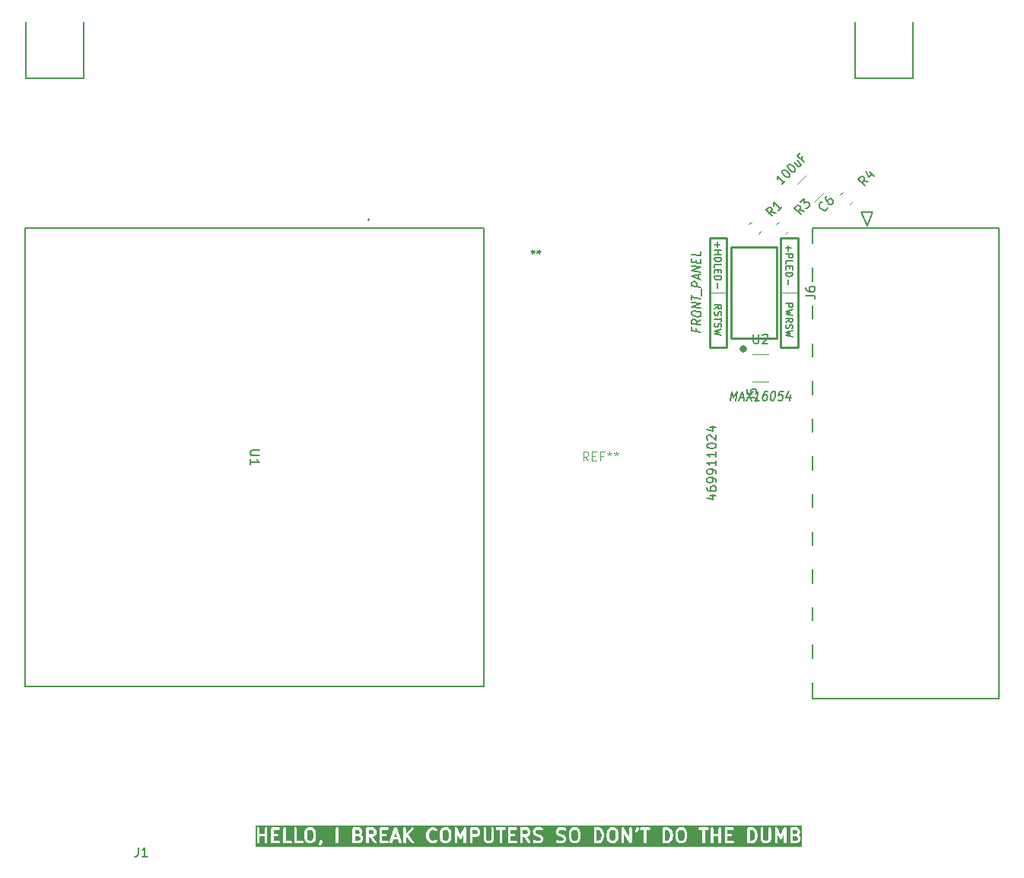
<source format=gbr>
%TF.GenerationSoftware,KiCad,Pcbnew,8.0.5*%
%TF.CreationDate,2024-10-29T15:45:57-04:00*%
%TF.ProjectId,Controller,436f6e74-726f-46c6-9c65-722e6b696361,rev?*%
%TF.SameCoordinates,Original*%
%TF.FileFunction,Legend,Top*%
%TF.FilePolarity,Positive*%
%FSLAX46Y46*%
G04 Gerber Fmt 4.6, Leading zero omitted, Abs format (unit mm)*
G04 Created by KiCad (PCBNEW 8.0.5) date 2024-10-29 15:45:57*
%MOMM*%
%LPD*%
G01*
G04 APERTURE LIST*
%ADD10C,0.100000*%
%ADD11C,0.150000*%
%ADD12C,0.203200*%
%ADD13C,0.152400*%
%ADD14C,0.300000*%
%ADD15C,0.120000*%
%ADD16C,0.254000*%
%ADD17C,0.127000*%
%ADD18C,0.400000*%
G04 APERTURE END LIST*
D10*
X201471666Y-89157419D02*
X201138333Y-88681228D01*
X200900238Y-89157419D02*
X200900238Y-88157419D01*
X200900238Y-88157419D02*
X201281190Y-88157419D01*
X201281190Y-88157419D02*
X201376428Y-88205038D01*
X201376428Y-88205038D02*
X201424047Y-88252657D01*
X201424047Y-88252657D02*
X201471666Y-88347895D01*
X201471666Y-88347895D02*
X201471666Y-88490752D01*
X201471666Y-88490752D02*
X201424047Y-88585990D01*
X201424047Y-88585990D02*
X201376428Y-88633609D01*
X201376428Y-88633609D02*
X201281190Y-88681228D01*
X201281190Y-88681228D02*
X200900238Y-88681228D01*
X201900238Y-88633609D02*
X202233571Y-88633609D01*
X202376428Y-89157419D02*
X201900238Y-89157419D01*
X201900238Y-89157419D02*
X201900238Y-88157419D01*
X201900238Y-88157419D02*
X202376428Y-88157419D01*
X203138333Y-88633609D02*
X202805000Y-88633609D01*
X202805000Y-89157419D02*
X202805000Y-88157419D01*
X202805000Y-88157419D02*
X203281190Y-88157419D01*
X203805000Y-88157419D02*
X203805000Y-88395514D01*
X203566905Y-88300276D02*
X203805000Y-88395514D01*
X203805000Y-88395514D02*
X204043095Y-88300276D01*
X203662143Y-88585990D02*
X203805000Y-88395514D01*
X203805000Y-88395514D02*
X203947857Y-88585990D01*
X204566905Y-88157419D02*
X204566905Y-88395514D01*
X204328810Y-88300276D02*
X204566905Y-88395514D01*
X204566905Y-88395514D02*
X204805000Y-88300276D01*
X204424048Y-88585990D02*
X204566905Y-88395514D01*
X204566905Y-88395514D02*
X204709762Y-88585990D01*
D11*
X225506851Y-61341359D02*
X224934432Y-61240344D01*
X225102790Y-61745420D02*
X224395684Y-61038313D01*
X224395684Y-61038313D02*
X224665058Y-60768939D01*
X224665058Y-60768939D02*
X224766073Y-60735267D01*
X224766073Y-60735267D02*
X224833416Y-60735267D01*
X224833416Y-60735267D02*
X224934432Y-60768939D01*
X224934432Y-60768939D02*
X225035447Y-60869954D01*
X225035447Y-60869954D02*
X225069119Y-60970970D01*
X225069119Y-60970970D02*
X225069119Y-61038313D01*
X225069119Y-61038313D02*
X225035447Y-61139328D01*
X225035447Y-61139328D02*
X224766073Y-61408702D01*
X225035447Y-60398550D02*
X225473180Y-59960817D01*
X225473180Y-59960817D02*
X225506851Y-60465893D01*
X225506851Y-60465893D02*
X225607867Y-60364878D01*
X225607867Y-60364878D02*
X225708882Y-60331206D01*
X225708882Y-60331206D02*
X225776225Y-60331206D01*
X225776225Y-60331206D02*
X225877241Y-60364878D01*
X225877241Y-60364878D02*
X226045599Y-60533237D01*
X226045599Y-60533237D02*
X226079271Y-60634252D01*
X226079271Y-60634252D02*
X226079271Y-60701596D01*
X226079271Y-60701596D02*
X226045599Y-60802611D01*
X226045599Y-60802611D02*
X225843569Y-61004641D01*
X225843569Y-61004641D02*
X225742554Y-61038313D01*
X225742554Y-61038313D02*
X225675210Y-61038313D01*
X164850180Y-87998095D02*
X164040657Y-87998095D01*
X164040657Y-87998095D02*
X163945419Y-88045714D01*
X163945419Y-88045714D02*
X163897800Y-88093333D01*
X163897800Y-88093333D02*
X163850180Y-88188571D01*
X163850180Y-88188571D02*
X163850180Y-88379047D01*
X163850180Y-88379047D02*
X163897800Y-88474285D01*
X163897800Y-88474285D02*
X163945419Y-88521904D01*
X163945419Y-88521904D02*
X164040657Y-88569523D01*
X164040657Y-88569523D02*
X164850180Y-88569523D01*
X163850180Y-89569523D02*
X163850180Y-88998095D01*
X163850180Y-89283809D02*
X164850180Y-89283809D01*
X164850180Y-89283809D02*
X164707323Y-89188571D01*
X164707323Y-89188571D02*
X164612085Y-89093333D01*
X164612085Y-89093333D02*
X164564466Y-88998095D01*
X196176848Y-65900000D02*
X195938753Y-65900000D01*
X196033991Y-65661905D02*
X195938753Y-65900000D01*
X195938753Y-65900000D02*
X196033991Y-66138095D01*
X195748277Y-65757143D02*
X195938753Y-65900000D01*
X195938753Y-65900000D02*
X195748277Y-66042857D01*
X195086487Y-65899999D02*
X195324582Y-65899999D01*
X195229344Y-66138094D02*
X195324582Y-65899999D01*
X195324582Y-65899999D02*
X195229344Y-65661904D01*
X195515058Y-66042856D02*
X195324582Y-65899999D01*
X195324582Y-65899999D02*
X195515058Y-65757142D01*
D12*
X228084009Y-60911948D02*
X228084009Y-60980369D01*
X228084009Y-60980369D02*
X228015588Y-61117211D01*
X228015588Y-61117211D02*
X227947167Y-61185632D01*
X227947167Y-61185632D02*
X227810325Y-61254053D01*
X227810325Y-61254053D02*
X227673483Y-61254053D01*
X227673483Y-61254053D02*
X227570852Y-61219842D01*
X227570852Y-61219842D02*
X227399799Y-61117211D01*
X227399799Y-61117211D02*
X227297168Y-61014579D01*
X227297168Y-61014579D02*
X227194536Y-60843527D01*
X227194536Y-60843527D02*
X227160326Y-60740895D01*
X227160326Y-60740895D02*
X227160326Y-60604053D01*
X227160326Y-60604053D02*
X227228747Y-60467211D01*
X227228747Y-60467211D02*
X227297168Y-60398790D01*
X227297168Y-60398790D02*
X227434010Y-60330369D01*
X227434010Y-60330369D02*
X227502431Y-60330369D01*
X228049799Y-59646159D02*
X227912957Y-59783001D01*
X227912957Y-59783001D02*
X227878746Y-59885633D01*
X227878746Y-59885633D02*
X227878746Y-59954054D01*
X227878746Y-59954054D02*
X227912957Y-60125106D01*
X227912957Y-60125106D02*
X228015588Y-60296159D01*
X228015588Y-60296159D02*
X228289272Y-60569843D01*
X228289272Y-60569843D02*
X228391904Y-60604053D01*
X228391904Y-60604053D02*
X228460325Y-60604053D01*
X228460325Y-60604053D02*
X228562956Y-60569843D01*
X228562956Y-60569843D02*
X228699798Y-60433001D01*
X228699798Y-60433001D02*
X228734009Y-60330369D01*
X228734009Y-60330369D02*
X228734009Y-60261948D01*
X228734009Y-60261948D02*
X228699798Y-60159317D01*
X228699798Y-60159317D02*
X228528746Y-59988264D01*
X228528746Y-59988264D02*
X228426114Y-59954054D01*
X228426114Y-59954054D02*
X228357693Y-59954054D01*
X228357693Y-59954054D02*
X228255062Y-59988264D01*
X228255062Y-59988264D02*
X228118220Y-60125106D01*
X228118220Y-60125106D02*
X228084009Y-60227738D01*
X228084009Y-60227738D02*
X228084009Y-60296159D01*
X228084009Y-60296159D02*
X228118220Y-60398790D01*
X223382423Y-57972202D02*
X223012949Y-58341676D01*
X223197686Y-58156939D02*
X222479266Y-57438518D01*
X222479266Y-57438518D02*
X222520318Y-57602729D01*
X222520318Y-57602729D02*
X222527160Y-57732729D01*
X222527160Y-57732729D02*
X222499792Y-57828518D01*
X223064265Y-56853519D02*
X223125844Y-56791940D01*
X223125844Y-56791940D02*
X223221633Y-56764572D01*
X223221633Y-56764572D02*
X223286633Y-56767993D01*
X223286633Y-56767993D02*
X223385844Y-56805624D01*
X223385844Y-56805624D02*
X223553475Y-56911677D01*
X223553475Y-56911677D02*
X223724528Y-57082729D01*
X223724528Y-57082729D02*
X223830580Y-57250361D01*
X223830580Y-57250361D02*
X223868212Y-57349571D01*
X223868212Y-57349571D02*
X223871633Y-57414571D01*
X223871633Y-57414571D02*
X223844264Y-57510361D01*
X223844264Y-57510361D02*
X223782686Y-57571939D01*
X223782686Y-57571939D02*
X223686896Y-57599308D01*
X223686896Y-57599308D02*
X223621896Y-57595887D01*
X223621896Y-57595887D02*
X223522686Y-57558255D01*
X223522686Y-57558255D02*
X223355054Y-57452203D01*
X223355054Y-57452203D02*
X223184002Y-57281150D01*
X223184002Y-57281150D02*
X223077949Y-57113519D01*
X223077949Y-57113519D02*
X223040318Y-57014308D01*
X223040318Y-57014308D02*
X223036897Y-56949308D01*
X223036897Y-56949308D02*
X223064265Y-56853519D01*
X223680054Y-56237730D02*
X223741633Y-56176151D01*
X223741633Y-56176151D02*
X223837422Y-56148783D01*
X223837422Y-56148783D02*
X223902422Y-56152204D01*
X223902422Y-56152204D02*
X224001633Y-56189835D01*
X224001633Y-56189835D02*
X224169264Y-56295888D01*
X224169264Y-56295888D02*
X224340317Y-56466940D01*
X224340317Y-56466940D02*
X224446369Y-56634572D01*
X224446369Y-56634572D02*
X224484001Y-56733782D01*
X224484001Y-56733782D02*
X224487422Y-56798782D01*
X224487422Y-56798782D02*
X224460053Y-56894572D01*
X224460053Y-56894572D02*
X224398474Y-56956151D01*
X224398474Y-56956151D02*
X224302685Y-56983519D01*
X224302685Y-56983519D02*
X224237685Y-56980098D01*
X224237685Y-56980098D02*
X224138475Y-56942466D01*
X224138475Y-56942466D02*
X223970843Y-56836414D01*
X223970843Y-56836414D02*
X223799791Y-56665361D01*
X223799791Y-56665361D02*
X223693738Y-56497730D01*
X223693738Y-56497730D02*
X223656107Y-56398519D01*
X223656107Y-56398519D02*
X223652686Y-56333519D01*
X223652686Y-56333519D02*
X223680054Y-56237730D01*
X224689264Y-55707467D02*
X225168211Y-56186414D01*
X224412159Y-55984572D02*
X224788474Y-56360888D01*
X224788474Y-56360888D02*
X224887684Y-56398520D01*
X224887684Y-56398520D02*
X224983474Y-56371151D01*
X224983474Y-56371151D02*
X225075842Y-56278783D01*
X225075842Y-56278783D02*
X225103211Y-56182993D01*
X225103211Y-56182993D02*
X225099790Y-56117993D01*
X225315316Y-55286679D02*
X225099789Y-55502205D01*
X225476105Y-55878520D02*
X224757684Y-55160100D01*
X224757684Y-55160100D02*
X225065579Y-54852205D01*
D11*
X222330074Y-61518136D02*
X221757655Y-61417121D01*
X221926013Y-61922197D02*
X221218907Y-61215090D01*
X221218907Y-61215090D02*
X221488281Y-60945716D01*
X221488281Y-60945716D02*
X221589296Y-60912044D01*
X221589296Y-60912044D02*
X221656639Y-60912044D01*
X221656639Y-60912044D02*
X221757655Y-60945716D01*
X221757655Y-60945716D02*
X221858670Y-61046731D01*
X221858670Y-61046731D02*
X221892342Y-61147747D01*
X221892342Y-61147747D02*
X221892342Y-61215090D01*
X221892342Y-61215090D02*
X221858670Y-61316105D01*
X221858670Y-61316105D02*
X221589296Y-61585479D01*
X223003509Y-60844701D02*
X222599448Y-61248762D01*
X222801479Y-61046731D02*
X222094372Y-60339625D01*
X222094372Y-60339625D02*
X222128044Y-60507983D01*
X222128044Y-60507983D02*
X222128044Y-60642670D01*
X222128044Y-60642670D02*
X222094372Y-60743686D01*
D12*
X225668453Y-70748666D02*
X226394168Y-70748666D01*
X226394168Y-70748666D02*
X226539311Y-70797047D01*
X226539311Y-70797047D02*
X226636073Y-70893809D01*
X226636073Y-70893809D02*
X226684453Y-71038952D01*
X226684453Y-71038952D02*
X226684453Y-71135714D01*
X225668453Y-69829428D02*
X225668453Y-70022952D01*
X225668453Y-70022952D02*
X225716834Y-70119714D01*
X225716834Y-70119714D02*
X225765215Y-70168095D01*
X225765215Y-70168095D02*
X225910358Y-70264857D01*
X225910358Y-70264857D02*
X226103882Y-70313238D01*
X226103882Y-70313238D02*
X226490930Y-70313238D01*
X226490930Y-70313238D02*
X226587692Y-70264857D01*
X226587692Y-70264857D02*
X226636073Y-70216476D01*
X226636073Y-70216476D02*
X226684453Y-70119714D01*
X226684453Y-70119714D02*
X226684453Y-69926190D01*
X226684453Y-69926190D02*
X226636073Y-69829428D01*
X226636073Y-69829428D02*
X226587692Y-69781047D01*
X226587692Y-69781047D02*
X226490930Y-69732666D01*
X226490930Y-69732666D02*
X226249025Y-69732666D01*
X226249025Y-69732666D02*
X226152263Y-69781047D01*
X226152263Y-69781047D02*
X226103882Y-69829428D01*
X226103882Y-69829428D02*
X226055501Y-69926190D01*
X226055501Y-69926190D02*
X226055501Y-70119714D01*
X226055501Y-70119714D02*
X226103882Y-70216476D01*
X226103882Y-70216476D02*
X226152263Y-70264857D01*
X226152263Y-70264857D02*
X226249025Y-70313238D01*
X213452263Y-74442552D02*
X213452263Y-74747352D01*
X213984453Y-74813876D02*
X212968453Y-74686876D01*
X212968453Y-74686876D02*
X212968453Y-74251447D01*
X213984453Y-73507591D02*
X213500644Y-73751914D01*
X213984453Y-74030105D02*
X212968453Y-73903105D01*
X212968453Y-73903105D02*
X212968453Y-73554762D01*
X212968453Y-73554762D02*
X213016834Y-73473724D01*
X213016834Y-73473724D02*
X213065215Y-73436229D01*
X213065215Y-73436229D02*
X213161977Y-73404781D01*
X213161977Y-73404781D02*
X213307120Y-73422924D01*
X213307120Y-73422924D02*
X213403882Y-73478562D01*
X213403882Y-73478562D02*
X213452263Y-73528152D01*
X213452263Y-73528152D02*
X213500644Y-73621286D01*
X213500644Y-73621286D02*
X213500644Y-73969629D01*
X212968453Y-72814533D02*
X212968453Y-72640362D01*
X212968453Y-72640362D02*
X213016834Y-72559324D01*
X213016834Y-72559324D02*
X213113596Y-72484333D01*
X213113596Y-72484333D02*
X213307120Y-72464981D01*
X213307120Y-72464981D02*
X213645787Y-72507314D01*
X213645787Y-72507314D02*
X213839311Y-72575048D01*
X213839311Y-72575048D02*
X213936073Y-72674229D01*
X213936073Y-72674229D02*
X213984453Y-72767362D01*
X213984453Y-72767362D02*
X213984453Y-72941533D01*
X213984453Y-72941533D02*
X213936073Y-73022572D01*
X213936073Y-73022572D02*
X213839311Y-73097562D01*
X213839311Y-73097562D02*
X213645787Y-73116914D01*
X213645787Y-73116914D02*
X213307120Y-73074581D01*
X213307120Y-73074581D02*
X213113596Y-73006848D01*
X213113596Y-73006848D02*
X213016834Y-72907667D01*
X213016834Y-72907667D02*
X212968453Y-72814533D01*
X213984453Y-72157762D02*
X212968453Y-72030762D01*
X212968453Y-72030762D02*
X213984453Y-71635248D01*
X213984453Y-71635248D02*
X212968453Y-71508248D01*
X212968453Y-71203447D02*
X212968453Y-70680933D01*
X213984453Y-71069190D02*
X212968453Y-70942190D01*
X214081215Y-70732942D02*
X214081215Y-70036257D01*
X213984453Y-69806447D02*
X212968453Y-69679447D01*
X212968453Y-69679447D02*
X212968453Y-69331104D01*
X212968453Y-69331104D02*
X213016834Y-69250066D01*
X213016834Y-69250066D02*
X213065215Y-69212571D01*
X213065215Y-69212571D02*
X213161977Y-69181123D01*
X213161977Y-69181123D02*
X213307120Y-69199266D01*
X213307120Y-69199266D02*
X213403882Y-69254904D01*
X213403882Y-69254904D02*
X213452263Y-69304494D01*
X213452263Y-69304494D02*
X213500644Y-69397628D01*
X213500644Y-69397628D02*
X213500644Y-69745971D01*
X213694168Y-68899304D02*
X213694168Y-68463875D01*
X213984453Y-69022675D02*
X212968453Y-68590875D01*
X212968453Y-68590875D02*
X213984453Y-68413075D01*
X213984453Y-68108276D02*
X212968453Y-67981276D01*
X212968453Y-67981276D02*
X213984453Y-67585762D01*
X213984453Y-67585762D02*
X212968453Y-67458762D01*
X213452263Y-67083809D02*
X213452263Y-66779009D01*
X213984453Y-66714904D02*
X213984453Y-67150333D01*
X213984453Y-67150333D02*
X212968453Y-67023333D01*
X212968453Y-67023333D02*
X212968453Y-66587904D01*
X213984453Y-65887590D02*
X213984453Y-66323019D01*
X213984453Y-66323019D02*
X212968453Y-66196019D01*
D13*
X215810095Y-64785713D02*
X215810095Y-65366285D01*
X215519809Y-65075999D02*
X216100380Y-65075999D01*
X215519809Y-65729142D02*
X216281809Y-65729142D01*
X215918952Y-65729142D02*
X215918952Y-66164571D01*
X215519809Y-66164571D02*
X216281809Y-66164571D01*
X215519809Y-66527428D02*
X216281809Y-66527428D01*
X216281809Y-66527428D02*
X216281809Y-66708857D01*
X216281809Y-66708857D02*
X216245523Y-66817714D01*
X216245523Y-66817714D02*
X216172952Y-66890285D01*
X216172952Y-66890285D02*
X216100380Y-66926571D01*
X216100380Y-66926571D02*
X215955237Y-66962857D01*
X215955237Y-66962857D02*
X215846380Y-66962857D01*
X215846380Y-66962857D02*
X215701237Y-66926571D01*
X215701237Y-66926571D02*
X215628666Y-66890285D01*
X215628666Y-66890285D02*
X215556095Y-66817714D01*
X215556095Y-66817714D02*
X215519809Y-66708857D01*
X215519809Y-66708857D02*
X215519809Y-66527428D01*
X215519809Y-67652285D02*
X215519809Y-67289428D01*
X215519809Y-67289428D02*
X216281809Y-67289428D01*
X215918952Y-67906285D02*
X215918952Y-68160285D01*
X215519809Y-68269142D02*
X215519809Y-67906285D01*
X215519809Y-67906285D02*
X216281809Y-67906285D01*
X216281809Y-67906285D02*
X216281809Y-68269142D01*
X215519809Y-68595714D02*
X216281809Y-68595714D01*
X216281809Y-68595714D02*
X216281809Y-68777143D01*
X216281809Y-68777143D02*
X216245523Y-68886000D01*
X216245523Y-68886000D02*
X216172952Y-68958571D01*
X216172952Y-68958571D02*
X216100380Y-68994857D01*
X216100380Y-68994857D02*
X215955237Y-69031143D01*
X215955237Y-69031143D02*
X215846380Y-69031143D01*
X215846380Y-69031143D02*
X215701237Y-68994857D01*
X215701237Y-68994857D02*
X215628666Y-68958571D01*
X215628666Y-68958571D02*
X215556095Y-68886000D01*
X215556095Y-68886000D02*
X215519809Y-68777143D01*
X215519809Y-68777143D02*
X215519809Y-68595714D01*
X215810095Y-69357714D02*
X215810095Y-69938286D01*
X215519809Y-72242429D02*
X215882666Y-71988429D01*
X215519809Y-71807000D02*
X216281809Y-71807000D01*
X216281809Y-71807000D02*
X216281809Y-72097286D01*
X216281809Y-72097286D02*
X216245523Y-72169857D01*
X216245523Y-72169857D02*
X216209237Y-72206143D01*
X216209237Y-72206143D02*
X216136666Y-72242429D01*
X216136666Y-72242429D02*
X216027809Y-72242429D01*
X216027809Y-72242429D02*
X215955237Y-72206143D01*
X215955237Y-72206143D02*
X215918952Y-72169857D01*
X215918952Y-72169857D02*
X215882666Y-72097286D01*
X215882666Y-72097286D02*
X215882666Y-71807000D01*
X215556095Y-72532714D02*
X215519809Y-72641572D01*
X215519809Y-72641572D02*
X215519809Y-72823000D01*
X215519809Y-72823000D02*
X215556095Y-72895572D01*
X215556095Y-72895572D02*
X215592380Y-72931857D01*
X215592380Y-72931857D02*
X215664952Y-72968143D01*
X215664952Y-72968143D02*
X215737523Y-72968143D01*
X215737523Y-72968143D02*
X215810095Y-72931857D01*
X215810095Y-72931857D02*
X215846380Y-72895572D01*
X215846380Y-72895572D02*
X215882666Y-72823000D01*
X215882666Y-72823000D02*
X215918952Y-72677857D01*
X215918952Y-72677857D02*
X215955237Y-72605286D01*
X215955237Y-72605286D02*
X215991523Y-72569000D01*
X215991523Y-72569000D02*
X216064095Y-72532714D01*
X216064095Y-72532714D02*
X216136666Y-72532714D01*
X216136666Y-72532714D02*
X216209237Y-72569000D01*
X216209237Y-72569000D02*
X216245523Y-72605286D01*
X216245523Y-72605286D02*
X216281809Y-72677857D01*
X216281809Y-72677857D02*
X216281809Y-72859286D01*
X216281809Y-72859286D02*
X216245523Y-72968143D01*
X216281809Y-73185857D02*
X216281809Y-73621286D01*
X215519809Y-73403571D02*
X216281809Y-73403571D01*
X215556095Y-73838999D02*
X215519809Y-73947857D01*
X215519809Y-73947857D02*
X215519809Y-74129285D01*
X215519809Y-74129285D02*
X215556095Y-74201857D01*
X215556095Y-74201857D02*
X215592380Y-74238142D01*
X215592380Y-74238142D02*
X215664952Y-74274428D01*
X215664952Y-74274428D02*
X215737523Y-74274428D01*
X215737523Y-74274428D02*
X215810095Y-74238142D01*
X215810095Y-74238142D02*
X215846380Y-74201857D01*
X215846380Y-74201857D02*
X215882666Y-74129285D01*
X215882666Y-74129285D02*
X215918952Y-73984142D01*
X215918952Y-73984142D02*
X215955237Y-73911571D01*
X215955237Y-73911571D02*
X215991523Y-73875285D01*
X215991523Y-73875285D02*
X216064095Y-73838999D01*
X216064095Y-73838999D02*
X216136666Y-73838999D01*
X216136666Y-73838999D02*
X216209237Y-73875285D01*
X216209237Y-73875285D02*
X216245523Y-73911571D01*
X216245523Y-73911571D02*
X216281809Y-73984142D01*
X216281809Y-73984142D02*
X216281809Y-74165571D01*
X216281809Y-74165571D02*
X216245523Y-74274428D01*
X216281809Y-74528428D02*
X215519809Y-74709856D01*
X215519809Y-74709856D02*
X216064095Y-74854999D01*
X216064095Y-74854999D02*
X215519809Y-75000142D01*
X215519809Y-75000142D02*
X216281809Y-75181571D01*
X223439409Y-71643714D02*
X224201409Y-71643714D01*
X224201409Y-71643714D02*
X224201409Y-71934000D01*
X224201409Y-71934000D02*
X224165123Y-72006571D01*
X224165123Y-72006571D02*
X224128837Y-72042857D01*
X224128837Y-72042857D02*
X224056266Y-72079143D01*
X224056266Y-72079143D02*
X223947409Y-72079143D01*
X223947409Y-72079143D02*
X223874837Y-72042857D01*
X223874837Y-72042857D02*
X223838552Y-72006571D01*
X223838552Y-72006571D02*
X223802266Y-71934000D01*
X223802266Y-71934000D02*
X223802266Y-71643714D01*
X224201409Y-72333143D02*
X223439409Y-72514571D01*
X223439409Y-72514571D02*
X223983695Y-72659714D01*
X223983695Y-72659714D02*
X223439409Y-72804857D01*
X223439409Y-72804857D02*
X224201409Y-72986286D01*
X223439409Y-73712000D02*
X223802266Y-73458000D01*
X223439409Y-73276571D02*
X224201409Y-73276571D01*
X224201409Y-73276571D02*
X224201409Y-73566857D01*
X224201409Y-73566857D02*
X224165123Y-73639428D01*
X224165123Y-73639428D02*
X224128837Y-73675714D01*
X224128837Y-73675714D02*
X224056266Y-73712000D01*
X224056266Y-73712000D02*
X223947409Y-73712000D01*
X223947409Y-73712000D02*
X223874837Y-73675714D01*
X223874837Y-73675714D02*
X223838552Y-73639428D01*
X223838552Y-73639428D02*
X223802266Y-73566857D01*
X223802266Y-73566857D02*
X223802266Y-73276571D01*
X223475695Y-74002285D02*
X223439409Y-74111143D01*
X223439409Y-74111143D02*
X223439409Y-74292571D01*
X223439409Y-74292571D02*
X223475695Y-74365143D01*
X223475695Y-74365143D02*
X223511980Y-74401428D01*
X223511980Y-74401428D02*
X223584552Y-74437714D01*
X223584552Y-74437714D02*
X223657123Y-74437714D01*
X223657123Y-74437714D02*
X223729695Y-74401428D01*
X223729695Y-74401428D02*
X223765980Y-74365143D01*
X223765980Y-74365143D02*
X223802266Y-74292571D01*
X223802266Y-74292571D02*
X223838552Y-74147428D01*
X223838552Y-74147428D02*
X223874837Y-74074857D01*
X223874837Y-74074857D02*
X223911123Y-74038571D01*
X223911123Y-74038571D02*
X223983695Y-74002285D01*
X223983695Y-74002285D02*
X224056266Y-74002285D01*
X224056266Y-74002285D02*
X224128837Y-74038571D01*
X224128837Y-74038571D02*
X224165123Y-74074857D01*
X224165123Y-74074857D02*
X224201409Y-74147428D01*
X224201409Y-74147428D02*
X224201409Y-74328857D01*
X224201409Y-74328857D02*
X224165123Y-74437714D01*
X224201409Y-74691714D02*
X223439409Y-74873142D01*
X223439409Y-74873142D02*
X223983695Y-75018285D01*
X223983695Y-75018285D02*
X223439409Y-75163428D01*
X223439409Y-75163428D02*
X224201409Y-75344857D01*
X223729695Y-65184856D02*
X223729695Y-65765428D01*
X223439409Y-65475142D02*
X224019980Y-65475142D01*
X223439409Y-66128285D02*
X224201409Y-66128285D01*
X224201409Y-66128285D02*
X224201409Y-66418571D01*
X224201409Y-66418571D02*
X224165123Y-66491142D01*
X224165123Y-66491142D02*
X224128837Y-66527428D01*
X224128837Y-66527428D02*
X224056266Y-66563714D01*
X224056266Y-66563714D02*
X223947409Y-66563714D01*
X223947409Y-66563714D02*
X223874837Y-66527428D01*
X223874837Y-66527428D02*
X223838552Y-66491142D01*
X223838552Y-66491142D02*
X223802266Y-66418571D01*
X223802266Y-66418571D02*
X223802266Y-66128285D01*
X223439409Y-67253142D02*
X223439409Y-66890285D01*
X223439409Y-66890285D02*
X224201409Y-66890285D01*
X223838552Y-67507142D02*
X223838552Y-67761142D01*
X223439409Y-67869999D02*
X223439409Y-67507142D01*
X223439409Y-67507142D02*
X224201409Y-67507142D01*
X224201409Y-67507142D02*
X224201409Y-67869999D01*
X223439409Y-68196571D02*
X224201409Y-68196571D01*
X224201409Y-68196571D02*
X224201409Y-68378000D01*
X224201409Y-68378000D02*
X224165123Y-68486857D01*
X224165123Y-68486857D02*
X224092552Y-68559428D01*
X224092552Y-68559428D02*
X224019980Y-68595714D01*
X224019980Y-68595714D02*
X223874837Y-68632000D01*
X223874837Y-68632000D02*
X223765980Y-68632000D01*
X223765980Y-68632000D02*
X223620837Y-68595714D01*
X223620837Y-68595714D02*
X223548266Y-68559428D01*
X223548266Y-68559428D02*
X223475695Y-68486857D01*
X223475695Y-68486857D02*
X223439409Y-68378000D01*
X223439409Y-68378000D02*
X223439409Y-68196571D01*
X223729695Y-68958571D02*
X223729695Y-69539143D01*
D11*
X232633361Y-58089456D02*
X232060942Y-57988441D01*
X232229300Y-58493517D02*
X231522194Y-57786410D01*
X231522194Y-57786410D02*
X231791568Y-57517036D01*
X231791568Y-57517036D02*
X231892583Y-57483364D01*
X231892583Y-57483364D02*
X231959926Y-57483364D01*
X231959926Y-57483364D02*
X232060942Y-57517036D01*
X232060942Y-57517036D02*
X232161957Y-57618051D01*
X232161957Y-57618051D02*
X232195629Y-57719067D01*
X232195629Y-57719067D02*
X232195629Y-57786410D01*
X232195629Y-57786410D02*
X232161957Y-57887425D01*
X232161957Y-57887425D02*
X231892583Y-58156799D01*
X232768048Y-57011960D02*
X233239453Y-57483364D01*
X232330316Y-56910945D02*
X232667033Y-57584380D01*
X232667033Y-57584380D02*
X233104766Y-57146647D01*
X219167319Y-82157327D02*
X219881604Y-82157327D01*
X219881604Y-82157327D02*
X220024461Y-82204946D01*
X220024461Y-82204946D02*
X220119700Y-82300184D01*
X220119700Y-82300184D02*
X220167319Y-82443041D01*
X220167319Y-82443041D02*
X220167319Y-82538279D01*
X219167319Y-81204946D02*
X219167319Y-81681136D01*
X219167319Y-81681136D02*
X219643509Y-81728755D01*
X219643509Y-81728755D02*
X219595890Y-81681136D01*
X219595890Y-81681136D02*
X219548271Y-81585898D01*
X219548271Y-81585898D02*
X219548271Y-81347803D01*
X219548271Y-81347803D02*
X219595890Y-81252565D01*
X219595890Y-81252565D02*
X219643509Y-81204946D01*
X219643509Y-81204946D02*
X219738747Y-81157327D01*
X219738747Y-81157327D02*
X219976842Y-81157327D01*
X219976842Y-81157327D02*
X220072080Y-81204946D01*
X220072080Y-81204946D02*
X220119700Y-81252565D01*
X220119700Y-81252565D02*
X220167319Y-81347803D01*
X220167319Y-81347803D02*
X220167319Y-81585898D01*
X220167319Y-81585898D02*
X220119700Y-81681136D01*
X220119700Y-81681136D02*
X220072080Y-81728755D01*
X215003153Y-93023041D02*
X215669820Y-93023041D01*
X214622201Y-93261136D02*
X215336486Y-93499231D01*
X215336486Y-93499231D02*
X215336486Y-92880184D01*
X214669820Y-92070660D02*
X214669820Y-92261136D01*
X214669820Y-92261136D02*
X214717439Y-92356374D01*
X214717439Y-92356374D02*
X214765058Y-92403993D01*
X214765058Y-92403993D02*
X214907915Y-92499231D01*
X214907915Y-92499231D02*
X215098391Y-92546850D01*
X215098391Y-92546850D02*
X215479343Y-92546850D01*
X215479343Y-92546850D02*
X215574581Y-92499231D01*
X215574581Y-92499231D02*
X215622201Y-92451612D01*
X215622201Y-92451612D02*
X215669820Y-92356374D01*
X215669820Y-92356374D02*
X215669820Y-92165898D01*
X215669820Y-92165898D02*
X215622201Y-92070660D01*
X215622201Y-92070660D02*
X215574581Y-92023041D01*
X215574581Y-92023041D02*
X215479343Y-91975422D01*
X215479343Y-91975422D02*
X215241248Y-91975422D01*
X215241248Y-91975422D02*
X215146010Y-92023041D01*
X215146010Y-92023041D02*
X215098391Y-92070660D01*
X215098391Y-92070660D02*
X215050772Y-92165898D01*
X215050772Y-92165898D02*
X215050772Y-92356374D01*
X215050772Y-92356374D02*
X215098391Y-92451612D01*
X215098391Y-92451612D02*
X215146010Y-92499231D01*
X215146010Y-92499231D02*
X215241248Y-92546850D01*
X215669820Y-91499231D02*
X215669820Y-91308755D01*
X215669820Y-91308755D02*
X215622201Y-91213517D01*
X215622201Y-91213517D02*
X215574581Y-91165898D01*
X215574581Y-91165898D02*
X215431724Y-91070660D01*
X215431724Y-91070660D02*
X215241248Y-91023041D01*
X215241248Y-91023041D02*
X214860296Y-91023041D01*
X214860296Y-91023041D02*
X214765058Y-91070660D01*
X214765058Y-91070660D02*
X214717439Y-91118279D01*
X214717439Y-91118279D02*
X214669820Y-91213517D01*
X214669820Y-91213517D02*
X214669820Y-91403993D01*
X214669820Y-91403993D02*
X214717439Y-91499231D01*
X214717439Y-91499231D02*
X214765058Y-91546850D01*
X214765058Y-91546850D02*
X214860296Y-91594469D01*
X214860296Y-91594469D02*
X215098391Y-91594469D01*
X215098391Y-91594469D02*
X215193629Y-91546850D01*
X215193629Y-91546850D02*
X215241248Y-91499231D01*
X215241248Y-91499231D02*
X215288867Y-91403993D01*
X215288867Y-91403993D02*
X215288867Y-91213517D01*
X215288867Y-91213517D02*
X215241248Y-91118279D01*
X215241248Y-91118279D02*
X215193629Y-91070660D01*
X215193629Y-91070660D02*
X215098391Y-91023041D01*
X215669820Y-90546850D02*
X215669820Y-90356374D01*
X215669820Y-90356374D02*
X215622201Y-90261136D01*
X215622201Y-90261136D02*
X215574581Y-90213517D01*
X215574581Y-90213517D02*
X215431724Y-90118279D01*
X215431724Y-90118279D02*
X215241248Y-90070660D01*
X215241248Y-90070660D02*
X214860296Y-90070660D01*
X214860296Y-90070660D02*
X214765058Y-90118279D01*
X214765058Y-90118279D02*
X214717439Y-90165898D01*
X214717439Y-90165898D02*
X214669820Y-90261136D01*
X214669820Y-90261136D02*
X214669820Y-90451612D01*
X214669820Y-90451612D02*
X214717439Y-90546850D01*
X214717439Y-90546850D02*
X214765058Y-90594469D01*
X214765058Y-90594469D02*
X214860296Y-90642088D01*
X214860296Y-90642088D02*
X215098391Y-90642088D01*
X215098391Y-90642088D02*
X215193629Y-90594469D01*
X215193629Y-90594469D02*
X215241248Y-90546850D01*
X215241248Y-90546850D02*
X215288867Y-90451612D01*
X215288867Y-90451612D02*
X215288867Y-90261136D01*
X215288867Y-90261136D02*
X215241248Y-90165898D01*
X215241248Y-90165898D02*
X215193629Y-90118279D01*
X215193629Y-90118279D02*
X215098391Y-90070660D01*
X215669820Y-89118279D02*
X215669820Y-89689707D01*
X215669820Y-89403993D02*
X214669820Y-89403993D01*
X214669820Y-89403993D02*
X214812677Y-89499231D01*
X214812677Y-89499231D02*
X214907915Y-89594469D01*
X214907915Y-89594469D02*
X214955534Y-89689707D01*
X215669820Y-88165898D02*
X215669820Y-88737326D01*
X215669820Y-88451612D02*
X214669820Y-88451612D01*
X214669820Y-88451612D02*
X214812677Y-88546850D01*
X214812677Y-88546850D02*
X214907915Y-88642088D01*
X214907915Y-88642088D02*
X214955534Y-88737326D01*
X214669820Y-87546850D02*
X214669820Y-87451612D01*
X214669820Y-87451612D02*
X214717439Y-87356374D01*
X214717439Y-87356374D02*
X214765058Y-87308755D01*
X214765058Y-87308755D02*
X214860296Y-87261136D01*
X214860296Y-87261136D02*
X215050772Y-87213517D01*
X215050772Y-87213517D02*
X215288867Y-87213517D01*
X215288867Y-87213517D02*
X215479343Y-87261136D01*
X215479343Y-87261136D02*
X215574581Y-87308755D01*
X215574581Y-87308755D02*
X215622201Y-87356374D01*
X215622201Y-87356374D02*
X215669820Y-87451612D01*
X215669820Y-87451612D02*
X215669820Y-87546850D01*
X215669820Y-87546850D02*
X215622201Y-87642088D01*
X215622201Y-87642088D02*
X215574581Y-87689707D01*
X215574581Y-87689707D02*
X215479343Y-87737326D01*
X215479343Y-87737326D02*
X215288867Y-87784945D01*
X215288867Y-87784945D02*
X215050772Y-87784945D01*
X215050772Y-87784945D02*
X214860296Y-87737326D01*
X214860296Y-87737326D02*
X214765058Y-87689707D01*
X214765058Y-87689707D02*
X214717439Y-87642088D01*
X214717439Y-87642088D02*
X214669820Y-87546850D01*
X214765058Y-86832564D02*
X214717439Y-86784945D01*
X214717439Y-86784945D02*
X214669820Y-86689707D01*
X214669820Y-86689707D02*
X214669820Y-86451612D01*
X214669820Y-86451612D02*
X214717439Y-86356374D01*
X214717439Y-86356374D02*
X214765058Y-86308755D01*
X214765058Y-86308755D02*
X214860296Y-86261136D01*
X214860296Y-86261136D02*
X214955534Y-86261136D01*
X214955534Y-86261136D02*
X215098391Y-86308755D01*
X215098391Y-86308755D02*
X215669820Y-86880183D01*
X215669820Y-86880183D02*
X215669820Y-86261136D01*
X215003153Y-85403993D02*
X215669820Y-85403993D01*
X214622201Y-85642088D02*
X215336486Y-85880183D01*
X215336486Y-85880183D02*
X215336486Y-85261136D01*
D12*
X219830904Y-75068453D02*
X219830904Y-75890930D01*
X219830904Y-75890930D02*
X219879285Y-75987692D01*
X219879285Y-75987692D02*
X219927666Y-76036073D01*
X219927666Y-76036073D02*
X220024428Y-76084453D01*
X220024428Y-76084453D02*
X220217952Y-76084453D01*
X220217952Y-76084453D02*
X220314714Y-76036073D01*
X220314714Y-76036073D02*
X220363095Y-75987692D01*
X220363095Y-75987692D02*
X220411476Y-75890930D01*
X220411476Y-75890930D02*
X220411476Y-75068453D01*
X220846904Y-75165215D02*
X220895285Y-75116834D01*
X220895285Y-75116834D02*
X220992047Y-75068453D01*
X220992047Y-75068453D02*
X221233952Y-75068453D01*
X221233952Y-75068453D02*
X221330714Y-75116834D01*
X221330714Y-75116834D02*
X221379095Y-75165215D01*
X221379095Y-75165215D02*
X221427476Y-75261977D01*
X221427476Y-75261977D02*
X221427476Y-75358739D01*
X221427476Y-75358739D02*
X221379095Y-75503882D01*
X221379095Y-75503882D02*
X220798523Y-76084453D01*
X220798523Y-76084453D02*
X221427476Y-76084453D01*
X217289695Y-82434453D02*
X217416695Y-81418453D01*
X217416695Y-81418453D02*
X217630781Y-82144168D01*
X217630781Y-82144168D02*
X218026295Y-81418453D01*
X218026295Y-81418453D02*
X217899295Y-82434453D01*
X218327467Y-82144168D02*
X218762896Y-82144168D01*
X218204096Y-82434453D02*
X218635896Y-81418453D01*
X218635896Y-81418453D02*
X218813696Y-82434453D01*
X219158409Y-81418453D02*
X219641009Y-82434453D01*
X219768009Y-81418453D02*
X219031409Y-82434453D01*
X220468324Y-82434453D02*
X219945809Y-82434453D01*
X220207066Y-82434453D02*
X220334066Y-81418453D01*
X220334066Y-81418453D02*
X220228838Y-81563596D01*
X220228838Y-81563596D02*
X220129657Y-81660358D01*
X220129657Y-81660358D02*
X220036524Y-81708739D01*
X221379095Y-81418453D02*
X221204923Y-81418453D01*
X221204923Y-81418453D02*
X221111790Y-81466834D01*
X221111790Y-81466834D02*
X221062200Y-81515215D01*
X221062200Y-81515215D02*
X220956971Y-81660358D01*
X220956971Y-81660358D02*
X220889238Y-81853882D01*
X220889238Y-81853882D02*
X220840857Y-82240930D01*
X220840857Y-82240930D02*
X220872304Y-82337692D01*
X220872304Y-82337692D02*
X220909800Y-82386073D01*
X220909800Y-82386073D02*
X220990838Y-82434453D01*
X220990838Y-82434453D02*
X221165009Y-82434453D01*
X221165009Y-82434453D02*
X221258143Y-82386073D01*
X221258143Y-82386073D02*
X221307733Y-82337692D01*
X221307733Y-82337692D02*
X221363371Y-82240930D01*
X221363371Y-82240930D02*
X221393609Y-81999025D01*
X221393609Y-81999025D02*
X221362162Y-81902263D01*
X221362162Y-81902263D02*
X221324666Y-81853882D01*
X221324666Y-81853882D02*
X221243628Y-81805501D01*
X221243628Y-81805501D02*
X221069457Y-81805501D01*
X221069457Y-81805501D02*
X220976323Y-81853882D01*
X220976323Y-81853882D02*
X220926733Y-81902263D01*
X220926733Y-81902263D02*
X220871095Y-81999025D01*
X222032238Y-81418453D02*
X222119323Y-81418453D01*
X222119323Y-81418453D02*
X222200361Y-81466834D01*
X222200361Y-81466834D02*
X222237857Y-81515215D01*
X222237857Y-81515215D02*
X222269304Y-81611977D01*
X222269304Y-81611977D02*
X222288657Y-81805501D01*
X222288657Y-81805501D02*
X222258419Y-82047406D01*
X222258419Y-82047406D02*
X222190685Y-82240930D01*
X222190685Y-82240930D02*
X222135047Y-82337692D01*
X222135047Y-82337692D02*
X222085457Y-82386073D01*
X222085457Y-82386073D02*
X221992323Y-82434453D01*
X221992323Y-82434453D02*
X221905238Y-82434453D01*
X221905238Y-82434453D02*
X221824200Y-82386073D01*
X221824200Y-82386073D02*
X221786704Y-82337692D01*
X221786704Y-82337692D02*
X221755257Y-82240930D01*
X221755257Y-82240930D02*
X221735904Y-82047406D01*
X221735904Y-82047406D02*
X221766142Y-81805501D01*
X221766142Y-81805501D02*
X221833876Y-81611977D01*
X221833876Y-81611977D02*
X221889514Y-81515215D01*
X221889514Y-81515215D02*
X221939104Y-81466834D01*
X221939104Y-81466834D02*
X222032238Y-81418453D01*
X223164352Y-81418453D02*
X222728923Y-81418453D01*
X222728923Y-81418453D02*
X222624904Y-81902263D01*
X222624904Y-81902263D02*
X222674495Y-81853882D01*
X222674495Y-81853882D02*
X222767628Y-81805501D01*
X222767628Y-81805501D02*
X222985342Y-81805501D01*
X222985342Y-81805501D02*
X223066380Y-81853882D01*
X223066380Y-81853882D02*
X223103876Y-81902263D01*
X223103876Y-81902263D02*
X223135323Y-81999025D01*
X223135323Y-81999025D02*
X223105085Y-82240930D01*
X223105085Y-82240930D02*
X223049447Y-82337692D01*
X223049447Y-82337692D02*
X222999857Y-82386073D01*
X222999857Y-82386073D02*
X222906723Y-82434453D01*
X222906723Y-82434453D02*
X222689009Y-82434453D01*
X222689009Y-82434453D02*
X222607971Y-82386073D01*
X222607971Y-82386073D02*
X222570476Y-82337692D01*
X223949333Y-81757120D02*
X223864666Y-82434453D01*
X223779999Y-81370073D02*
X223471571Y-82095787D01*
X223471571Y-82095787D02*
X224037628Y-82095787D01*
D11*
X151391379Y-132222032D02*
X151391379Y-132936317D01*
X151391379Y-132936317D02*
X151343760Y-133079174D01*
X151343760Y-133079174D02*
X151248522Y-133174413D01*
X151248522Y-133174413D02*
X151105665Y-133222032D01*
X151105665Y-133222032D02*
X151010427Y-133222032D01*
X152391379Y-133222032D02*
X151819951Y-133222032D01*
X152105665Y-133222032D02*
X152105665Y-132222032D01*
X152105665Y-132222032D02*
X152010427Y-132364889D01*
X152010427Y-132364889D02*
X151915189Y-132460127D01*
X151915189Y-132460127D02*
X151819951Y-132507746D01*
D14*
G36*
X170711799Y-130312748D02*
G01*
X170808065Y-130409014D01*
X170864939Y-130636505D01*
X170864939Y-131099576D01*
X170808065Y-131327067D01*
X170711798Y-131423335D01*
X170622386Y-131468041D01*
X170407492Y-131468041D01*
X170318078Y-131423334D01*
X170221811Y-131327067D01*
X170164939Y-131099577D01*
X170164939Y-130636504D01*
X170221811Y-130409015D01*
X170318078Y-130312747D01*
X170407492Y-130268041D01*
X170622386Y-130268041D01*
X170711799Y-130312748D01*
G37*
G36*
X176005341Y-131034860D02*
G01*
X176034518Y-131064037D01*
X176079225Y-131153450D01*
X176079225Y-131296917D01*
X176034518Y-131386330D01*
X175997513Y-131423335D01*
X175908101Y-131468041D01*
X175522082Y-131468041D01*
X175522082Y-130982327D01*
X175847739Y-130982327D01*
X176005341Y-131034860D01*
G37*
G36*
X175926086Y-130312748D02*
G01*
X175963090Y-130349752D01*
X176007797Y-130439165D01*
X176007797Y-130511202D01*
X175963090Y-130600615D01*
X175926086Y-130637620D01*
X175836672Y-130682327D01*
X175522082Y-130682327D01*
X175522082Y-130268041D01*
X175836672Y-130268041D01*
X175926086Y-130312748D01*
G37*
G36*
X185783228Y-130312748D02*
G01*
X185879494Y-130409014D01*
X185936368Y-130636505D01*
X185936368Y-131099576D01*
X185879494Y-131327067D01*
X185783227Y-131423335D01*
X185693815Y-131468041D01*
X185478921Y-131468041D01*
X185389507Y-131423334D01*
X185293240Y-131327067D01*
X185236368Y-131099577D01*
X185236368Y-130636504D01*
X185293240Y-130409015D01*
X185389507Y-130312747D01*
X185478921Y-130268041D01*
X185693815Y-130268041D01*
X185783228Y-130312748D01*
G37*
G36*
X200140371Y-130312748D02*
G01*
X200236637Y-130409014D01*
X200293511Y-130636505D01*
X200293511Y-131099576D01*
X200236637Y-131327067D01*
X200140370Y-131423335D01*
X200050958Y-131468041D01*
X199836064Y-131468041D01*
X199746650Y-131423334D01*
X199650383Y-131327067D01*
X199593511Y-131099577D01*
X199593511Y-130636504D01*
X199650383Y-130409015D01*
X199746650Y-130312747D01*
X199836064Y-130268041D01*
X200050958Y-130268041D01*
X200140371Y-130312748D01*
G37*
G36*
X202719626Y-130320574D02*
G01*
X202820233Y-130421181D01*
X202873412Y-130527540D01*
X202936368Y-130779361D01*
X202936368Y-130956720D01*
X202873412Y-131208541D01*
X202820233Y-131314901D01*
X202719627Y-131415507D01*
X202562025Y-131468041D01*
X202379225Y-131468041D01*
X202379225Y-130268041D01*
X202562028Y-130268041D01*
X202719626Y-130320574D01*
G37*
G36*
X204354657Y-130312748D02*
G01*
X204450923Y-130409014D01*
X204507797Y-130636505D01*
X204507797Y-131099576D01*
X204450923Y-131327067D01*
X204354656Y-131423335D01*
X204265244Y-131468041D01*
X204050350Y-131468041D01*
X203960936Y-131423334D01*
X203864669Y-131327067D01*
X203807797Y-131099577D01*
X203807797Y-130636504D01*
X203864669Y-130409015D01*
X203960936Y-130312747D01*
X204050350Y-130268041D01*
X204265244Y-130268041D01*
X204354657Y-130312748D01*
G37*
G36*
X210362484Y-130320574D02*
G01*
X210463091Y-130421181D01*
X210516270Y-130527540D01*
X210579226Y-130779361D01*
X210579226Y-130956720D01*
X210516270Y-131208541D01*
X210463091Y-131314901D01*
X210362485Y-131415507D01*
X210204883Y-131468041D01*
X210022083Y-131468041D01*
X210022083Y-130268041D01*
X210204886Y-130268041D01*
X210362484Y-130320574D01*
G37*
G36*
X211997515Y-130312748D02*
G01*
X212093781Y-130409014D01*
X212150655Y-130636505D01*
X212150655Y-131099576D01*
X212093781Y-131327067D01*
X211997514Y-131423335D01*
X211908102Y-131468041D01*
X211693208Y-131468041D01*
X211603794Y-131423334D01*
X211507527Y-131327067D01*
X211450655Y-131099577D01*
X211450655Y-130636504D01*
X211507527Y-130409015D01*
X211603794Y-130312747D01*
X211693208Y-130268041D01*
X211908102Y-130268041D01*
X211997515Y-130312748D01*
G37*
G36*
X219791056Y-130320574D02*
G01*
X219891663Y-130421181D01*
X219944842Y-130527540D01*
X220007798Y-130779361D01*
X220007798Y-130956720D01*
X219944842Y-131208541D01*
X219891663Y-131314901D01*
X219791057Y-131415507D01*
X219633455Y-131468041D01*
X219450655Y-131468041D01*
X219450655Y-130268041D01*
X219633458Y-130268041D01*
X219791056Y-130320574D01*
G37*
G36*
X224719629Y-131034860D02*
G01*
X224748806Y-131064037D01*
X224793513Y-131153450D01*
X224793513Y-131296917D01*
X224748806Y-131386330D01*
X224711801Y-131423335D01*
X224622389Y-131468041D01*
X224236370Y-131468041D01*
X224236370Y-130982327D01*
X224562027Y-130982327D01*
X224719629Y-131034860D01*
G37*
G36*
X224640374Y-130312748D02*
G01*
X224677378Y-130349752D01*
X224722085Y-130439165D01*
X224722085Y-130511202D01*
X224677378Y-130600615D01*
X224640374Y-130637620D01*
X224550960Y-130682327D01*
X224236370Y-130682327D01*
X224236370Y-130268041D01*
X224550960Y-130268041D01*
X224640374Y-130312748D01*
G37*
G36*
X177497515Y-130312748D02*
G01*
X177534519Y-130349752D01*
X177579225Y-130439164D01*
X177579225Y-130582631D01*
X177534518Y-130672044D01*
X177497513Y-130709049D01*
X177408101Y-130753755D01*
X177022082Y-130753755D01*
X177022082Y-130268041D01*
X177408101Y-130268041D01*
X177497515Y-130312748D01*
G37*
G36*
X194640373Y-130312748D02*
G01*
X194677377Y-130349752D01*
X194722083Y-130439164D01*
X194722083Y-130582631D01*
X194677376Y-130672044D01*
X194640371Y-130709049D01*
X194550959Y-130753755D01*
X194164940Y-130753755D01*
X194164940Y-130268041D01*
X194550959Y-130268041D01*
X194640373Y-130312748D01*
G37*
G36*
X180163970Y-131039470D02*
G01*
X179865911Y-131039470D01*
X180014940Y-130592382D01*
X180163970Y-131039470D01*
G37*
G36*
X189068944Y-130312748D02*
G01*
X189105948Y-130349752D01*
X189150654Y-130439164D01*
X189150654Y-130582631D01*
X189105947Y-130672044D01*
X189068942Y-130709049D01*
X188979530Y-130753755D01*
X188593511Y-130753755D01*
X188593511Y-130268041D01*
X188979530Y-130268041D01*
X189068944Y-130312748D01*
G37*
G36*
X225260180Y-132146112D02*
G01*
X164412556Y-132146112D01*
X164412556Y-131803065D01*
X171439250Y-131803065D01*
X171439250Y-131861591D01*
X171461648Y-131915663D01*
X171503034Y-131957048D01*
X171557106Y-131979445D01*
X171615632Y-131979445D01*
X171669704Y-131957047D01*
X171692435Y-131938392D01*
X171763863Y-131866963D01*
X171773301Y-131855462D01*
X171776295Y-131852866D01*
X171779135Y-131848353D01*
X171782517Y-131844233D01*
X171784032Y-131840573D01*
X171791960Y-131827980D01*
X171863389Y-131685124D01*
X171873898Y-131657660D01*
X171874279Y-131652285D01*
X171876343Y-131647305D01*
X171879225Y-131618041D01*
X171879225Y-131546613D01*
X171876343Y-131517349D01*
X171853945Y-131463277D01*
X171812561Y-131421893D01*
X171758489Y-131399495D01*
X171699961Y-131399495D01*
X171645889Y-131421893D01*
X171604505Y-131463277D01*
X171582107Y-131517349D01*
X171579225Y-131546613D01*
X171579225Y-131582630D01*
X171534517Y-131672044D01*
X171480301Y-131726262D01*
X171461647Y-131748993D01*
X171439250Y-131803065D01*
X164412556Y-131803065D01*
X164412556Y-130118041D01*
X164579223Y-130118041D01*
X164579223Y-131618041D01*
X164582105Y-131647305D01*
X164604503Y-131701377D01*
X164645887Y-131742761D01*
X164699959Y-131765159D01*
X164758487Y-131765159D01*
X164812559Y-131742761D01*
X164853943Y-131701377D01*
X164876341Y-131647305D01*
X164879223Y-131618041D01*
X164879223Y-130982327D01*
X165436366Y-130982327D01*
X165436366Y-131618041D01*
X165439248Y-131647305D01*
X165461646Y-131701377D01*
X165503030Y-131742761D01*
X165557102Y-131765159D01*
X165615630Y-131765159D01*
X165669702Y-131742761D01*
X165711086Y-131701377D01*
X165733484Y-131647305D01*
X165736366Y-131618041D01*
X165736366Y-130118041D01*
X166150652Y-130118041D01*
X166150652Y-131618041D01*
X166153534Y-131647305D01*
X166175932Y-131701377D01*
X166217316Y-131742761D01*
X166271388Y-131765159D01*
X166300652Y-131768041D01*
X167014938Y-131768041D01*
X167044202Y-131765159D01*
X167098274Y-131742761D01*
X167139658Y-131701377D01*
X167162056Y-131647305D01*
X167162056Y-131588777D01*
X167139658Y-131534705D01*
X167098274Y-131493321D01*
X167044202Y-131470923D01*
X167014938Y-131468041D01*
X166450652Y-131468041D01*
X166450652Y-130982327D01*
X166800652Y-130982327D01*
X166829916Y-130979445D01*
X166883988Y-130957047D01*
X166925372Y-130915663D01*
X166947770Y-130861591D01*
X166947770Y-130803063D01*
X166925372Y-130748991D01*
X166883988Y-130707607D01*
X166829916Y-130685209D01*
X166800652Y-130682327D01*
X166450652Y-130682327D01*
X166450652Y-130268041D01*
X167014938Y-130268041D01*
X167044202Y-130265159D01*
X167098274Y-130242761D01*
X167139658Y-130201377D01*
X167162056Y-130147305D01*
X167162056Y-130118041D01*
X167507795Y-130118041D01*
X167507795Y-131618041D01*
X167510677Y-131647305D01*
X167533075Y-131701377D01*
X167574459Y-131742761D01*
X167628531Y-131765159D01*
X167657795Y-131768041D01*
X168372081Y-131768041D01*
X168401345Y-131765159D01*
X168455417Y-131742761D01*
X168496801Y-131701377D01*
X168519199Y-131647305D01*
X168519199Y-131588777D01*
X168496801Y-131534705D01*
X168455417Y-131493321D01*
X168401345Y-131470923D01*
X168372081Y-131468041D01*
X167807795Y-131468041D01*
X167807795Y-130118041D01*
X168722081Y-130118041D01*
X168722081Y-131618041D01*
X168724963Y-131647305D01*
X168747361Y-131701377D01*
X168788745Y-131742761D01*
X168842817Y-131765159D01*
X168872081Y-131768041D01*
X169586367Y-131768041D01*
X169615631Y-131765159D01*
X169669703Y-131742761D01*
X169711087Y-131701377D01*
X169733485Y-131647305D01*
X169733485Y-131588777D01*
X169711087Y-131534705D01*
X169669703Y-131493321D01*
X169615631Y-131470923D01*
X169586367Y-131468041D01*
X169022081Y-131468041D01*
X169022081Y-130618041D01*
X169864939Y-130618041D01*
X169864939Y-131118041D01*
X169865441Y-131123144D01*
X169865116Y-131125332D01*
X169866735Y-131136282D01*
X169867821Y-131147305D01*
X169868668Y-131149349D01*
X169869418Y-131154421D01*
X169940846Y-131440135D01*
X169950739Y-131467826D01*
X169957378Y-131476786D01*
X169961646Y-131487090D01*
X169980301Y-131509821D01*
X170123159Y-131652679D01*
X170134663Y-131662120D01*
X170137258Y-131665112D01*
X170141767Y-131667950D01*
X170145890Y-131671334D01*
X170149551Y-131672850D01*
X170162143Y-131680777D01*
X170305001Y-131752205D01*
X170332464Y-131762715D01*
X170337839Y-131763096D01*
X170342818Y-131765159D01*
X170372082Y-131768041D01*
X170657796Y-131768041D01*
X170687060Y-131765159D01*
X170692038Y-131763096D01*
X170697414Y-131762715D01*
X170724878Y-131752205D01*
X170867735Y-131680777D01*
X170880326Y-131672850D01*
X170883989Y-131671334D01*
X170888111Y-131667950D01*
X170892621Y-131665112D01*
X170895216Y-131662119D01*
X170906719Y-131652679D01*
X171049576Y-131509821D01*
X171068231Y-131487090D01*
X171072497Y-131476788D01*
X171079138Y-131467827D01*
X171089031Y-131440136D01*
X171160460Y-131154422D01*
X171161210Y-131149349D01*
X171162057Y-131147305D01*
X171163142Y-131136285D01*
X171164762Y-131125333D01*
X171164436Y-131123144D01*
X171164939Y-131118041D01*
X171164939Y-130618041D01*
X171164436Y-130612937D01*
X171164762Y-130610749D01*
X171163142Y-130599796D01*
X171162057Y-130588777D01*
X171161210Y-130586732D01*
X171160460Y-130581660D01*
X171089031Y-130295946D01*
X171079138Y-130268255D01*
X171072498Y-130259294D01*
X171068231Y-130248991D01*
X171049576Y-130226261D01*
X170941356Y-130118041D01*
X173364939Y-130118041D01*
X173364939Y-131618041D01*
X173367821Y-131647305D01*
X173390219Y-131701377D01*
X173431603Y-131742761D01*
X173485675Y-131765159D01*
X173544203Y-131765159D01*
X173598275Y-131742761D01*
X173639659Y-131701377D01*
X173662057Y-131647305D01*
X173664939Y-131618041D01*
X173664939Y-130118041D01*
X175222082Y-130118041D01*
X175222082Y-131618041D01*
X175224964Y-131647305D01*
X175247362Y-131701377D01*
X175288746Y-131742761D01*
X175342818Y-131765159D01*
X175372082Y-131768041D01*
X175943511Y-131768041D01*
X175972775Y-131765159D01*
X175977753Y-131763096D01*
X175983129Y-131762715D01*
X176010593Y-131752205D01*
X176153450Y-131680777D01*
X176166043Y-131672849D01*
X176169703Y-131671334D01*
X176173822Y-131667952D01*
X176178336Y-131665112D01*
X176180932Y-131662118D01*
X176192434Y-131652679D01*
X176263863Y-131581250D01*
X176273304Y-131569745D01*
X176276296Y-131567151D01*
X176279134Y-131562641D01*
X176282518Y-131558519D01*
X176284034Y-131554857D01*
X176291961Y-131542266D01*
X176363389Y-131399408D01*
X176373899Y-131371945D01*
X176374280Y-131366569D01*
X176376343Y-131361591D01*
X176379225Y-131332327D01*
X176379225Y-131118041D01*
X176376343Y-131088777D01*
X176374280Y-131083798D01*
X176373899Y-131078423D01*
X176363389Y-131050960D01*
X176291961Y-130908102D01*
X176284034Y-130895510D01*
X176282518Y-130891849D01*
X176279134Y-130887726D01*
X176276296Y-130883217D01*
X176273304Y-130880622D01*
X176263863Y-130869118D01*
X176192434Y-130797689D01*
X176191251Y-130796718D01*
X176192434Y-130795536D01*
X176201874Y-130784033D01*
X176204867Y-130781438D01*
X176207705Y-130776928D01*
X176211089Y-130772806D01*
X176212605Y-130769143D01*
X176220532Y-130756552D01*
X176291961Y-130613696D01*
X176302470Y-130586232D01*
X176302851Y-130580857D01*
X176304915Y-130575877D01*
X176307797Y-130546613D01*
X176307797Y-130403755D01*
X176304915Y-130374491D01*
X176302851Y-130369510D01*
X176302470Y-130364136D01*
X176291961Y-130336672D01*
X176220532Y-130193816D01*
X176212605Y-130181224D01*
X176211089Y-130177562D01*
X176207705Y-130173439D01*
X176204867Y-130168930D01*
X176201874Y-130166334D01*
X176192434Y-130154832D01*
X176155643Y-130118041D01*
X176722082Y-130118041D01*
X176722082Y-131618041D01*
X176724964Y-131647305D01*
X176747362Y-131701377D01*
X176788746Y-131742761D01*
X176842818Y-131765159D01*
X176901346Y-131765159D01*
X176955418Y-131742761D01*
X176996802Y-131701377D01*
X177019200Y-131647305D01*
X177022082Y-131618041D01*
X177022082Y-131053755D01*
X177151127Y-131053755D01*
X177606340Y-131704060D01*
X177625483Y-131726382D01*
X177674840Y-131757835D01*
X177732476Y-131768006D01*
X177789618Y-131755347D01*
X177837566Y-131721783D01*
X177869019Y-131672426D01*
X177879190Y-131614790D01*
X177866531Y-131557648D01*
X177852110Y-131532022D01*
X177507158Y-131039233D01*
X177510593Y-131037919D01*
X177653450Y-130966491D01*
X177666043Y-130958563D01*
X177669703Y-130957048D01*
X177673822Y-130953666D01*
X177678336Y-130950826D01*
X177680932Y-130947832D01*
X177692434Y-130938393D01*
X177763863Y-130866964D01*
X177773304Y-130855459D01*
X177776296Y-130852865D01*
X177779134Y-130848355D01*
X177782518Y-130844233D01*
X177784034Y-130840571D01*
X177791961Y-130827980D01*
X177863389Y-130685122D01*
X177873899Y-130657659D01*
X177874280Y-130652283D01*
X177876343Y-130647305D01*
X177879225Y-130618041D01*
X177879225Y-130403755D01*
X177876343Y-130374491D01*
X177874280Y-130369512D01*
X177873899Y-130364137D01*
X177863389Y-130336674D01*
X177791961Y-130193816D01*
X177784032Y-130181221D01*
X177782517Y-130177562D01*
X177779135Y-130173441D01*
X177776296Y-130168931D01*
X177773304Y-130166336D01*
X177763862Y-130154831D01*
X177727071Y-130118041D01*
X178222082Y-130118041D01*
X178222082Y-131618041D01*
X178224964Y-131647305D01*
X178247362Y-131701377D01*
X178288746Y-131742761D01*
X178342818Y-131765159D01*
X178372082Y-131768041D01*
X179086368Y-131768041D01*
X179115632Y-131765159D01*
X179169704Y-131742761D01*
X179211088Y-131701377D01*
X179233486Y-131647305D01*
X179233486Y-131599280D01*
X179366118Y-131599280D01*
X179370267Y-131657661D01*
X179396441Y-131710008D01*
X179440655Y-131748355D01*
X179496179Y-131766863D01*
X179554560Y-131762714D01*
X179606907Y-131736540D01*
X179645254Y-131692326D01*
X179657242Y-131665475D01*
X179765911Y-131339470D01*
X180263970Y-131339470D01*
X180372638Y-131665475D01*
X180384626Y-131692326D01*
X180422973Y-131736541D01*
X180475321Y-131762714D01*
X180533701Y-131766864D01*
X180589225Y-131748355D01*
X180633439Y-131710008D01*
X180659613Y-131657661D01*
X180663763Y-131599281D01*
X180657243Y-131570607D01*
X180173053Y-130118041D01*
X180864939Y-130118041D01*
X180864939Y-131618041D01*
X180867821Y-131647305D01*
X180890219Y-131701377D01*
X180931603Y-131742761D01*
X180985675Y-131765159D01*
X181044203Y-131765159D01*
X181098275Y-131742761D01*
X181139659Y-131701377D01*
X181162057Y-131647305D01*
X181164939Y-131618041D01*
X181164939Y-131037316D01*
X181212995Y-130989259D01*
X181752082Y-131708041D01*
X181771946Y-131729723D01*
X181822308Y-131759542D01*
X181880245Y-131767819D01*
X181936942Y-131753294D01*
X181983764Y-131718177D01*
X182013583Y-131667816D01*
X182021860Y-131609878D01*
X182007335Y-131553182D01*
X181992082Y-131528041D01*
X181427281Y-130774973D01*
X181441356Y-130760898D01*
X183436368Y-130760898D01*
X183436368Y-130975184D01*
X183436870Y-130980287D01*
X183436545Y-130982475D01*
X183438164Y-130993425D01*
X183439250Y-131004448D01*
X183440097Y-131006492D01*
X183440847Y-131011564D01*
X183512275Y-131297278D01*
X183513046Y-131299436D01*
X183513123Y-131300517D01*
X183517781Y-131312691D01*
X183522168Y-131324969D01*
X183522812Y-131325839D01*
X183523632Y-131327980D01*
X183595061Y-131470837D01*
X183602988Y-131483430D01*
X183604504Y-131487090D01*
X183607885Y-131491209D01*
X183610726Y-131495723D01*
X183613719Y-131498319D01*
X183623159Y-131509821D01*
X183766016Y-131652679D01*
X183788746Y-131671334D01*
X183793725Y-131673396D01*
X183797797Y-131676928D01*
X183824648Y-131688916D01*
X184038934Y-131760344D01*
X184053446Y-131763643D01*
X184057104Y-131765159D01*
X184062406Y-131765681D01*
X184067608Y-131766864D01*
X184071562Y-131766582D01*
X184086368Y-131768041D01*
X184229225Y-131768041D01*
X184244030Y-131766582D01*
X184247985Y-131766864D01*
X184253186Y-131765681D01*
X184258489Y-131765159D01*
X184262146Y-131763643D01*
X184276659Y-131760344D01*
X184490945Y-131688916D01*
X184517796Y-131676928D01*
X184521869Y-131673394D01*
X184526847Y-131671333D01*
X184549578Y-131652678D01*
X184621006Y-131581249D01*
X184639660Y-131558519D01*
X184662057Y-131504446D01*
X184662056Y-131445920D01*
X184639659Y-131391848D01*
X184598273Y-131350463D01*
X184544201Y-131328066D01*
X184485675Y-131328067D01*
X184431603Y-131350464D01*
X184408872Y-131369119D01*
X184362484Y-131415507D01*
X184204882Y-131468041D01*
X184110711Y-131468041D01*
X183953108Y-131415507D01*
X183852503Y-131314901D01*
X183799322Y-131208541D01*
X183736368Y-130956720D01*
X183736368Y-130779361D01*
X183776697Y-130618041D01*
X184936368Y-130618041D01*
X184936368Y-131118041D01*
X184936870Y-131123144D01*
X184936545Y-131125332D01*
X184938164Y-131136282D01*
X184939250Y-131147305D01*
X184940097Y-131149349D01*
X184940847Y-131154421D01*
X185012275Y-131440135D01*
X185022168Y-131467826D01*
X185028807Y-131476786D01*
X185033075Y-131487090D01*
X185051730Y-131509821D01*
X185194588Y-131652679D01*
X185206092Y-131662120D01*
X185208687Y-131665112D01*
X185213196Y-131667950D01*
X185217319Y-131671334D01*
X185220980Y-131672850D01*
X185233572Y-131680777D01*
X185376430Y-131752205D01*
X185403893Y-131762715D01*
X185409268Y-131763096D01*
X185414247Y-131765159D01*
X185443511Y-131768041D01*
X185729225Y-131768041D01*
X185758489Y-131765159D01*
X185763467Y-131763096D01*
X185768843Y-131762715D01*
X185796307Y-131752205D01*
X185939164Y-131680777D01*
X185951755Y-131672850D01*
X185955418Y-131671334D01*
X185959540Y-131667950D01*
X185964050Y-131665112D01*
X185966645Y-131662119D01*
X185978148Y-131652679D01*
X186121005Y-131509821D01*
X186139660Y-131487090D01*
X186143926Y-131476788D01*
X186150567Y-131467827D01*
X186160460Y-131440136D01*
X186231889Y-131154422D01*
X186232639Y-131149349D01*
X186233486Y-131147305D01*
X186234571Y-131136285D01*
X186236191Y-131125333D01*
X186235865Y-131123144D01*
X186236368Y-131118041D01*
X186236368Y-130618041D01*
X186235865Y-130612937D01*
X186236191Y-130610749D01*
X186234571Y-130599796D01*
X186233486Y-130588777D01*
X186232639Y-130586732D01*
X186231889Y-130581660D01*
X186160460Y-130295946D01*
X186150567Y-130268255D01*
X186143927Y-130259294D01*
X186139660Y-130248991D01*
X186121005Y-130226261D01*
X186012785Y-130118041D01*
X186579225Y-130118041D01*
X186579225Y-131618041D01*
X186582107Y-131647305D01*
X186604505Y-131701377D01*
X186645889Y-131742761D01*
X186699961Y-131765159D01*
X186758489Y-131765159D01*
X186812561Y-131742761D01*
X186853945Y-131701377D01*
X186876343Y-131647305D01*
X186879225Y-131618041D01*
X186879225Y-130794174D01*
X187093298Y-131252903D01*
X187099644Y-131263616D01*
X187100965Y-131267248D01*
X187103316Y-131269816D01*
X187108285Y-131278203D01*
X187125090Y-131293593D01*
X187140492Y-131310411D01*
X187146535Y-131313231D01*
X187151448Y-131317730D01*
X187172868Y-131325519D01*
X187193530Y-131335161D01*
X187200187Y-131335453D01*
X187206450Y-131337731D01*
X187229229Y-131336730D01*
X187252000Y-131337731D01*
X187258259Y-131335454D01*
X187264921Y-131335162D01*
X187285588Y-131325517D01*
X187307003Y-131317730D01*
X187311916Y-131313230D01*
X187317958Y-131310411D01*
X187333353Y-131293598D01*
X187350166Y-131278203D01*
X187355134Y-131269814D01*
X187357485Y-131267248D01*
X187358804Y-131263618D01*
X187365152Y-131252903D01*
X187579225Y-130794175D01*
X187579225Y-131618041D01*
X187582107Y-131647305D01*
X187604505Y-131701377D01*
X187645889Y-131742761D01*
X187699961Y-131765159D01*
X187758489Y-131765159D01*
X187812561Y-131742761D01*
X187853945Y-131701377D01*
X187876343Y-131647305D01*
X187879225Y-131618041D01*
X187879225Y-130118041D01*
X188293511Y-130118041D01*
X188293511Y-131618041D01*
X188296393Y-131647305D01*
X188318791Y-131701377D01*
X188360175Y-131742761D01*
X188414247Y-131765159D01*
X188472775Y-131765159D01*
X188526847Y-131742761D01*
X188568231Y-131701377D01*
X188590629Y-131647305D01*
X188593511Y-131618041D01*
X188593511Y-131053755D01*
X189014940Y-131053755D01*
X189044204Y-131050873D01*
X189049182Y-131048810D01*
X189054558Y-131048429D01*
X189082022Y-131037919D01*
X189224879Y-130966491D01*
X189237472Y-130958563D01*
X189241132Y-130957048D01*
X189245251Y-130953666D01*
X189249765Y-130950826D01*
X189252361Y-130947832D01*
X189263863Y-130938393D01*
X189335292Y-130866964D01*
X189344733Y-130855459D01*
X189347725Y-130852865D01*
X189350563Y-130848355D01*
X189353947Y-130844233D01*
X189355463Y-130840571D01*
X189363390Y-130827980D01*
X189434818Y-130685122D01*
X189445328Y-130657659D01*
X189445709Y-130652283D01*
X189447772Y-130647305D01*
X189450654Y-130618041D01*
X189450654Y-130403755D01*
X189447772Y-130374491D01*
X189445709Y-130369512D01*
X189445328Y-130364137D01*
X189434818Y-130336674D01*
X189363390Y-130193816D01*
X189355461Y-130181221D01*
X189353946Y-130177562D01*
X189350564Y-130173441D01*
X189347725Y-130168931D01*
X189344733Y-130166336D01*
X189335291Y-130154831D01*
X189298500Y-130118041D01*
X189793511Y-130118041D01*
X189793511Y-131332327D01*
X189796393Y-131361591D01*
X189798456Y-131366571D01*
X189798838Y-131371946D01*
X189809347Y-131399409D01*
X189880776Y-131542266D01*
X189888703Y-131554859D01*
X189890219Y-131558519D01*
X189893600Y-131562638D01*
X189896441Y-131567152D01*
X189899434Y-131569748D01*
X189908874Y-131581250D01*
X189980303Y-131652679D01*
X189991807Y-131662120D01*
X189994402Y-131665112D01*
X189998911Y-131667950D01*
X190003034Y-131671334D01*
X190006695Y-131672850D01*
X190019287Y-131680777D01*
X190162145Y-131752205D01*
X190189608Y-131762715D01*
X190194983Y-131763096D01*
X190199962Y-131765159D01*
X190229226Y-131768041D01*
X190514940Y-131768041D01*
X190544204Y-131765159D01*
X190549182Y-131763096D01*
X190554558Y-131762715D01*
X190582022Y-131752205D01*
X190724879Y-131680777D01*
X190737472Y-131672849D01*
X190741132Y-131671334D01*
X190745251Y-131667952D01*
X190749765Y-131665112D01*
X190752361Y-131662118D01*
X190763863Y-131652679D01*
X190835292Y-131581250D01*
X190844733Y-131569745D01*
X190847725Y-131567151D01*
X190850563Y-131562641D01*
X190853947Y-131558519D01*
X190855463Y-131554857D01*
X190863390Y-131542266D01*
X190934818Y-131399408D01*
X190945328Y-131371945D01*
X190945709Y-131366569D01*
X190947772Y-131361591D01*
X190950654Y-131332327D01*
X190950654Y-130118041D01*
X190947772Y-130088777D01*
X191153537Y-130088777D01*
X191153537Y-130147305D01*
X191175935Y-130201377D01*
X191217319Y-130242761D01*
X191271391Y-130265159D01*
X191300655Y-130268041D01*
X191579226Y-130268041D01*
X191579226Y-131618041D01*
X191582108Y-131647305D01*
X191604506Y-131701377D01*
X191645890Y-131742761D01*
X191699962Y-131765159D01*
X191758490Y-131765159D01*
X191812562Y-131742761D01*
X191853946Y-131701377D01*
X191876344Y-131647305D01*
X191879226Y-131618041D01*
X191879226Y-130268041D01*
X192157798Y-130268041D01*
X192187062Y-130265159D01*
X192241134Y-130242761D01*
X192282518Y-130201377D01*
X192304916Y-130147305D01*
X192304916Y-130118041D01*
X192507797Y-130118041D01*
X192507797Y-131618041D01*
X192510679Y-131647305D01*
X192533077Y-131701377D01*
X192574461Y-131742761D01*
X192628533Y-131765159D01*
X192657797Y-131768041D01*
X193372083Y-131768041D01*
X193401347Y-131765159D01*
X193455419Y-131742761D01*
X193496803Y-131701377D01*
X193519201Y-131647305D01*
X193519201Y-131588777D01*
X193496803Y-131534705D01*
X193455419Y-131493321D01*
X193401347Y-131470923D01*
X193372083Y-131468041D01*
X192807797Y-131468041D01*
X192807797Y-130982327D01*
X193157797Y-130982327D01*
X193187061Y-130979445D01*
X193241133Y-130957047D01*
X193282517Y-130915663D01*
X193304915Y-130861591D01*
X193304915Y-130803063D01*
X193282517Y-130748991D01*
X193241133Y-130707607D01*
X193187061Y-130685209D01*
X193157797Y-130682327D01*
X192807797Y-130682327D01*
X192807797Y-130268041D01*
X193372083Y-130268041D01*
X193401347Y-130265159D01*
X193455419Y-130242761D01*
X193496803Y-130201377D01*
X193519201Y-130147305D01*
X193519201Y-130118041D01*
X193864940Y-130118041D01*
X193864940Y-131618041D01*
X193867822Y-131647305D01*
X193890220Y-131701377D01*
X193931604Y-131742761D01*
X193985676Y-131765159D01*
X194044204Y-131765159D01*
X194098276Y-131742761D01*
X194139660Y-131701377D01*
X194162058Y-131647305D01*
X194164940Y-131618041D01*
X194164940Y-131053755D01*
X194293985Y-131053755D01*
X194749198Y-131704060D01*
X194768341Y-131726382D01*
X194817698Y-131757835D01*
X194875334Y-131768006D01*
X194932476Y-131755347D01*
X194980424Y-131721783D01*
X195011877Y-131672426D01*
X195022048Y-131614790D01*
X195009389Y-131557648D01*
X194994968Y-131532022D01*
X194650016Y-131039233D01*
X194653451Y-131037919D01*
X194796308Y-130966491D01*
X194808901Y-130958563D01*
X194812561Y-130957048D01*
X194816680Y-130953666D01*
X194821194Y-130950826D01*
X194823790Y-130947832D01*
X194835292Y-130938393D01*
X194906721Y-130866964D01*
X194916162Y-130855459D01*
X194919154Y-130852865D01*
X194921992Y-130848355D01*
X194925376Y-130844233D01*
X194926892Y-130840571D01*
X194934819Y-130827980D01*
X195006247Y-130685122D01*
X195016757Y-130657659D01*
X195017138Y-130652283D01*
X195019201Y-130647305D01*
X195022083Y-130618041D01*
X195022083Y-130403755D01*
X195293512Y-130403755D01*
X195293512Y-130546613D01*
X195296394Y-130575877D01*
X195298456Y-130580855D01*
X195298838Y-130586231D01*
X195309348Y-130613695D01*
X195380776Y-130756552D01*
X195388704Y-130769147D01*
X195390220Y-130772806D01*
X195393599Y-130776923D01*
X195396441Y-130781438D01*
X195399435Y-130784034D01*
X195408875Y-130795537D01*
X195480304Y-130866965D01*
X195491804Y-130876403D01*
X195494401Y-130879397D01*
X195498913Y-130882237D01*
X195503034Y-130885619D01*
X195506693Y-130887134D01*
X195519287Y-130895062D01*
X195662143Y-130966491D01*
X195664285Y-130967310D01*
X195665155Y-130967955D01*
X195677426Y-130972339D01*
X195689607Y-130977000D01*
X195690687Y-130977076D01*
X195692846Y-130977848D01*
X195962584Y-131045282D01*
X196068943Y-131098461D01*
X196105947Y-131135466D01*
X196150655Y-131224880D01*
X196150655Y-131296916D01*
X196105947Y-131386330D01*
X196068944Y-131423334D01*
X195979531Y-131468041D01*
X195682141Y-131468041D01*
X195490946Y-131404310D01*
X195462272Y-131397790D01*
X195403892Y-131401940D01*
X195351545Y-131428114D01*
X195313197Y-131472328D01*
X195294689Y-131527853D01*
X195298839Y-131586233D01*
X195325013Y-131638580D01*
X195369227Y-131676928D01*
X195396078Y-131688916D01*
X195610364Y-131760344D01*
X195624876Y-131763643D01*
X195628534Y-131765159D01*
X195633836Y-131765681D01*
X195639038Y-131766864D01*
X195642992Y-131766582D01*
X195657798Y-131768041D01*
X196014940Y-131768041D01*
X196044204Y-131765159D01*
X196049182Y-131763096D01*
X196054558Y-131762715D01*
X196082021Y-131752205D01*
X196224880Y-131680777D01*
X196237474Y-131672848D01*
X196241134Y-131671333D01*
X196245254Y-131667951D01*
X196249765Y-131665112D01*
X196252359Y-131662120D01*
X196263865Y-131652678D01*
X196335293Y-131581249D01*
X196344731Y-131569748D01*
X196347725Y-131567152D01*
X196350565Y-131562639D01*
X196353947Y-131558519D01*
X196355462Y-131554859D01*
X196363390Y-131542266D01*
X196434819Y-131399410D01*
X196445328Y-131371946D01*
X196445709Y-131366571D01*
X196447773Y-131361591D01*
X196450655Y-131332327D01*
X196450655Y-131189470D01*
X196447773Y-131160206D01*
X196445709Y-131155225D01*
X196445328Y-131149851D01*
X196434819Y-131122387D01*
X196363390Y-130979531D01*
X196355462Y-130966937D01*
X196353947Y-130963278D01*
X196350565Y-130959157D01*
X196347725Y-130954645D01*
X196344731Y-130952048D01*
X196335293Y-130940548D01*
X196263865Y-130869119D01*
X196252362Y-130859679D01*
X196249766Y-130856685D01*
X196245251Y-130853843D01*
X196241134Y-130850464D01*
X196237475Y-130848948D01*
X196224880Y-130841020D01*
X196082022Y-130769591D01*
X196079881Y-130768771D01*
X196079011Y-130768127D01*
X196066755Y-130763748D01*
X196054559Y-130759081D01*
X196053475Y-130759004D01*
X196051320Y-130758234D01*
X195781582Y-130690799D01*
X195675222Y-130637619D01*
X195638217Y-130600614D01*
X195593512Y-130511203D01*
X195593512Y-130439164D01*
X195611216Y-130403755D01*
X197864940Y-130403755D01*
X197864940Y-130546613D01*
X197867822Y-130575877D01*
X197869884Y-130580855D01*
X197870266Y-130586231D01*
X197880776Y-130613695D01*
X197952204Y-130756552D01*
X197960132Y-130769147D01*
X197961648Y-130772806D01*
X197965027Y-130776923D01*
X197967869Y-130781438D01*
X197970863Y-130784034D01*
X197980303Y-130795537D01*
X198051732Y-130866965D01*
X198063232Y-130876403D01*
X198065829Y-130879397D01*
X198070341Y-130882237D01*
X198074462Y-130885619D01*
X198078121Y-130887134D01*
X198090715Y-130895062D01*
X198233571Y-130966491D01*
X198235713Y-130967310D01*
X198236583Y-130967955D01*
X198248854Y-130972339D01*
X198261035Y-130977000D01*
X198262115Y-130977076D01*
X198264274Y-130977848D01*
X198534012Y-131045282D01*
X198640371Y-131098461D01*
X198677375Y-131135466D01*
X198722083Y-131224880D01*
X198722083Y-131296916D01*
X198677375Y-131386330D01*
X198640372Y-131423334D01*
X198550959Y-131468041D01*
X198253569Y-131468041D01*
X198062374Y-131404310D01*
X198033700Y-131397790D01*
X197975320Y-131401940D01*
X197922973Y-131428114D01*
X197884625Y-131472328D01*
X197866117Y-131527853D01*
X197870267Y-131586233D01*
X197896441Y-131638580D01*
X197940655Y-131676928D01*
X197967506Y-131688916D01*
X198181792Y-131760344D01*
X198196304Y-131763643D01*
X198199962Y-131765159D01*
X198205264Y-131765681D01*
X198210466Y-131766864D01*
X198214420Y-131766582D01*
X198229226Y-131768041D01*
X198586368Y-131768041D01*
X198615632Y-131765159D01*
X198620610Y-131763096D01*
X198625986Y-131762715D01*
X198653449Y-131752205D01*
X198796308Y-131680777D01*
X198808902Y-131672848D01*
X198812562Y-131671333D01*
X198816682Y-131667951D01*
X198821193Y-131665112D01*
X198823787Y-131662120D01*
X198835293Y-131652678D01*
X198906721Y-131581249D01*
X198916159Y-131569748D01*
X198919153Y-131567152D01*
X198921993Y-131562639D01*
X198925375Y-131558519D01*
X198926890Y-131554859D01*
X198934818Y-131542266D01*
X199006247Y-131399410D01*
X199016756Y-131371946D01*
X199017137Y-131366571D01*
X199019201Y-131361591D01*
X199022083Y-131332327D01*
X199022083Y-131189470D01*
X199019201Y-131160206D01*
X199017137Y-131155225D01*
X199016756Y-131149851D01*
X199006247Y-131122387D01*
X198934818Y-130979531D01*
X198926890Y-130966937D01*
X198925375Y-130963278D01*
X198921993Y-130959157D01*
X198919153Y-130954645D01*
X198916159Y-130952048D01*
X198906721Y-130940548D01*
X198835293Y-130869119D01*
X198823790Y-130859679D01*
X198821194Y-130856685D01*
X198816679Y-130853843D01*
X198812562Y-130850464D01*
X198808903Y-130848948D01*
X198796308Y-130841020D01*
X198653450Y-130769591D01*
X198651309Y-130768771D01*
X198650439Y-130768127D01*
X198638183Y-130763748D01*
X198625987Y-130759081D01*
X198624903Y-130759004D01*
X198622748Y-130758234D01*
X198353010Y-130690799D01*
X198246650Y-130637619D01*
X198227072Y-130618041D01*
X199293511Y-130618041D01*
X199293511Y-131118041D01*
X199294013Y-131123144D01*
X199293688Y-131125332D01*
X199295307Y-131136282D01*
X199296393Y-131147305D01*
X199297240Y-131149349D01*
X199297990Y-131154421D01*
X199369418Y-131440135D01*
X199379311Y-131467826D01*
X199385950Y-131476786D01*
X199390218Y-131487090D01*
X199408873Y-131509821D01*
X199551731Y-131652679D01*
X199563235Y-131662120D01*
X199565830Y-131665112D01*
X199570339Y-131667950D01*
X199574462Y-131671334D01*
X199578123Y-131672850D01*
X199590715Y-131680777D01*
X199733573Y-131752205D01*
X199761036Y-131762715D01*
X199766411Y-131763096D01*
X199771390Y-131765159D01*
X199800654Y-131768041D01*
X200086368Y-131768041D01*
X200115632Y-131765159D01*
X200120610Y-131763096D01*
X200125986Y-131762715D01*
X200153450Y-131752205D01*
X200296307Y-131680777D01*
X200308898Y-131672850D01*
X200312561Y-131671334D01*
X200316683Y-131667950D01*
X200321193Y-131665112D01*
X200323788Y-131662119D01*
X200335291Y-131652679D01*
X200478148Y-131509821D01*
X200496803Y-131487090D01*
X200501069Y-131476788D01*
X200507710Y-131467827D01*
X200517603Y-131440136D01*
X200589032Y-131154422D01*
X200589782Y-131149349D01*
X200590629Y-131147305D01*
X200591714Y-131136285D01*
X200593334Y-131125333D01*
X200593008Y-131123144D01*
X200593511Y-131118041D01*
X200593511Y-130618041D01*
X200593008Y-130612937D01*
X200593334Y-130610749D01*
X200591714Y-130599796D01*
X200590629Y-130588777D01*
X200589782Y-130586732D01*
X200589032Y-130581660D01*
X200517603Y-130295946D01*
X200507710Y-130268255D01*
X200501070Y-130259294D01*
X200496803Y-130248991D01*
X200478148Y-130226261D01*
X200369928Y-130118041D01*
X202079225Y-130118041D01*
X202079225Y-131618041D01*
X202082107Y-131647305D01*
X202104505Y-131701377D01*
X202145889Y-131742761D01*
X202199961Y-131765159D01*
X202229225Y-131768041D01*
X202586368Y-131768041D01*
X202601173Y-131766582D01*
X202605128Y-131766864D01*
X202610329Y-131765681D01*
X202615632Y-131765159D01*
X202619289Y-131763643D01*
X202633802Y-131760344D01*
X202848088Y-131688916D01*
X202874939Y-131676928D01*
X202879010Y-131673396D01*
X202883990Y-131671334D01*
X202906720Y-131652679D01*
X203049577Y-131509821D01*
X203059015Y-131498319D01*
X203062010Y-131495723D01*
X203064850Y-131491209D01*
X203068232Y-131487090D01*
X203069747Y-131483430D01*
X203077675Y-131470837D01*
X203149104Y-131327981D01*
X203149923Y-131325838D01*
X203150568Y-131324969D01*
X203154952Y-131312697D01*
X203159613Y-131300517D01*
X203159689Y-131299436D01*
X203160461Y-131297278D01*
X203231889Y-131011564D01*
X203232638Y-131006492D01*
X203233486Y-131004448D01*
X203234571Y-130993425D01*
X203236191Y-130982475D01*
X203235865Y-130980287D01*
X203236368Y-130975184D01*
X203236368Y-130760898D01*
X203235865Y-130755794D01*
X203236191Y-130753607D01*
X203234571Y-130742656D01*
X203233486Y-130731634D01*
X203232638Y-130729589D01*
X203231889Y-130724518D01*
X203205270Y-130618041D01*
X203507797Y-130618041D01*
X203507797Y-131118041D01*
X203508299Y-131123144D01*
X203507974Y-131125332D01*
X203509593Y-131136282D01*
X203510679Y-131147305D01*
X203511526Y-131149349D01*
X203512276Y-131154421D01*
X203583704Y-131440135D01*
X203593597Y-131467826D01*
X203600236Y-131476786D01*
X203604504Y-131487090D01*
X203623159Y-131509821D01*
X203766017Y-131652679D01*
X203777521Y-131662120D01*
X203780116Y-131665112D01*
X203784625Y-131667950D01*
X203788748Y-131671334D01*
X203792409Y-131672850D01*
X203805001Y-131680777D01*
X203947859Y-131752205D01*
X203975322Y-131762715D01*
X203980697Y-131763096D01*
X203985676Y-131765159D01*
X204014940Y-131768041D01*
X204300654Y-131768041D01*
X204329918Y-131765159D01*
X204334896Y-131763096D01*
X204340272Y-131762715D01*
X204367736Y-131752205D01*
X204510593Y-131680777D01*
X204523184Y-131672850D01*
X204526847Y-131671334D01*
X204530969Y-131667950D01*
X204535479Y-131665112D01*
X204538074Y-131662119D01*
X204549577Y-131652679D01*
X204692434Y-131509821D01*
X204711089Y-131487090D01*
X204715355Y-131476788D01*
X204721996Y-131467827D01*
X204731889Y-131440136D01*
X204803318Y-131154422D01*
X204804068Y-131149349D01*
X204804915Y-131147305D01*
X204806000Y-131136285D01*
X204807620Y-131125333D01*
X204807294Y-131123144D01*
X204807797Y-131118041D01*
X204807797Y-130618041D01*
X204807294Y-130612937D01*
X204807620Y-130610749D01*
X204806000Y-130599796D01*
X204804915Y-130588777D01*
X204804068Y-130586732D01*
X204803318Y-130581660D01*
X204731889Y-130295946D01*
X204721996Y-130268255D01*
X204715356Y-130259294D01*
X204711089Y-130248991D01*
X204692434Y-130226261D01*
X204584214Y-130118041D01*
X205150654Y-130118041D01*
X205150654Y-131618041D01*
X205153536Y-131647305D01*
X205175934Y-131701377D01*
X205217318Y-131742761D01*
X205271390Y-131765159D01*
X205329918Y-131765159D01*
X205383990Y-131742761D01*
X205425374Y-131701377D01*
X205447772Y-131647305D01*
X205450654Y-131618041D01*
X205450654Y-130682874D01*
X206027561Y-131692462D01*
X206031938Y-131698629D01*
X206033077Y-131701377D01*
X206035876Y-131704176D01*
X206044582Y-131716440D01*
X206060355Y-131728655D01*
X206074461Y-131742761D01*
X206083294Y-131746419D01*
X206090856Y-131752276D01*
X206110104Y-131757525D01*
X206128533Y-131765159D01*
X206138095Y-131765159D01*
X206147320Y-131767675D01*
X206167111Y-131765159D01*
X206187061Y-131765159D01*
X206195894Y-131761499D01*
X206205380Y-131760294D01*
X206222702Y-131750395D01*
X206241133Y-131742761D01*
X206247893Y-131736000D01*
X206256196Y-131731256D01*
X206268409Y-131715484D01*
X206282517Y-131701377D01*
X206286176Y-131692541D01*
X206292031Y-131684982D01*
X206297279Y-131665737D01*
X206304915Y-131647305D01*
X206306388Y-131632340D01*
X206307431Y-131628519D01*
X206307055Y-131625567D01*
X206307797Y-131618041D01*
X206307797Y-130422517D01*
X206651833Y-130422517D01*
X206670341Y-130478039D01*
X206708687Y-130522254D01*
X206761036Y-130548429D01*
X206819417Y-130552577D01*
X206874939Y-130534069D01*
X206919154Y-130495723D01*
X206934819Y-130470837D01*
X207077676Y-130185123D01*
X207088186Y-130157660D01*
X207092334Y-130099279D01*
X207088833Y-130088777D01*
X207224966Y-130088777D01*
X207224966Y-130147305D01*
X207247364Y-130201377D01*
X207288748Y-130242761D01*
X207342820Y-130265159D01*
X207372084Y-130268041D01*
X207650655Y-130268041D01*
X207650655Y-131618041D01*
X207653537Y-131647305D01*
X207675935Y-131701377D01*
X207717319Y-131742761D01*
X207771391Y-131765159D01*
X207829919Y-131765159D01*
X207883991Y-131742761D01*
X207925375Y-131701377D01*
X207947773Y-131647305D01*
X207950655Y-131618041D01*
X207950655Y-130268041D01*
X208229227Y-130268041D01*
X208258491Y-130265159D01*
X208312563Y-130242761D01*
X208353947Y-130201377D01*
X208376345Y-130147305D01*
X208376345Y-130118041D01*
X209722083Y-130118041D01*
X209722083Y-131618041D01*
X209724965Y-131647305D01*
X209747363Y-131701377D01*
X209788747Y-131742761D01*
X209842819Y-131765159D01*
X209872083Y-131768041D01*
X210229226Y-131768041D01*
X210244031Y-131766582D01*
X210247986Y-131766864D01*
X210253187Y-131765681D01*
X210258490Y-131765159D01*
X210262147Y-131763643D01*
X210276660Y-131760344D01*
X210490946Y-131688916D01*
X210517797Y-131676928D01*
X210521868Y-131673396D01*
X210526848Y-131671334D01*
X210549578Y-131652679D01*
X210692435Y-131509821D01*
X210701873Y-131498319D01*
X210704868Y-131495723D01*
X210707708Y-131491209D01*
X210711090Y-131487090D01*
X210712605Y-131483430D01*
X210720533Y-131470837D01*
X210791962Y-131327981D01*
X210792781Y-131325838D01*
X210793426Y-131324969D01*
X210797810Y-131312697D01*
X210802471Y-131300517D01*
X210802547Y-131299436D01*
X210803319Y-131297278D01*
X210874747Y-131011564D01*
X210875496Y-131006492D01*
X210876344Y-131004448D01*
X210877429Y-130993425D01*
X210879049Y-130982475D01*
X210878723Y-130980287D01*
X210879226Y-130975184D01*
X210879226Y-130760898D01*
X210878723Y-130755794D01*
X210879049Y-130753607D01*
X210877429Y-130742656D01*
X210876344Y-130731634D01*
X210875496Y-130729589D01*
X210874747Y-130724518D01*
X210848128Y-130618041D01*
X211150655Y-130618041D01*
X211150655Y-131118041D01*
X211151157Y-131123144D01*
X211150832Y-131125332D01*
X211152451Y-131136282D01*
X211153537Y-131147305D01*
X211154384Y-131149349D01*
X211155134Y-131154421D01*
X211226562Y-131440135D01*
X211236455Y-131467826D01*
X211243094Y-131476786D01*
X211247362Y-131487090D01*
X211266017Y-131509821D01*
X211408875Y-131652679D01*
X211420379Y-131662120D01*
X211422974Y-131665112D01*
X211427483Y-131667950D01*
X211431606Y-131671334D01*
X211435267Y-131672850D01*
X211447859Y-131680777D01*
X211590717Y-131752205D01*
X211618180Y-131762715D01*
X211623555Y-131763096D01*
X211628534Y-131765159D01*
X211657798Y-131768041D01*
X211943512Y-131768041D01*
X211972776Y-131765159D01*
X211977754Y-131763096D01*
X211983130Y-131762715D01*
X212010594Y-131752205D01*
X212153451Y-131680777D01*
X212166042Y-131672850D01*
X212169705Y-131671334D01*
X212173827Y-131667950D01*
X212178337Y-131665112D01*
X212180932Y-131662119D01*
X212192435Y-131652679D01*
X212335292Y-131509821D01*
X212353947Y-131487090D01*
X212358213Y-131476788D01*
X212364854Y-131467827D01*
X212374747Y-131440136D01*
X212446176Y-131154422D01*
X212446926Y-131149349D01*
X212447773Y-131147305D01*
X212448858Y-131136285D01*
X212450478Y-131125333D01*
X212450152Y-131123144D01*
X212450655Y-131118041D01*
X212450655Y-130618041D01*
X212450152Y-130612937D01*
X212450478Y-130610749D01*
X212448858Y-130599796D01*
X212447773Y-130588777D01*
X212446926Y-130586732D01*
X212446176Y-130581660D01*
X212374747Y-130295946D01*
X212364854Y-130268255D01*
X212358214Y-130259294D01*
X212353947Y-130248991D01*
X212335292Y-130226261D01*
X212197808Y-130088777D01*
X213724966Y-130088777D01*
X213724966Y-130147305D01*
X213747364Y-130201377D01*
X213788748Y-130242761D01*
X213842820Y-130265159D01*
X213872084Y-130268041D01*
X214150655Y-130268041D01*
X214150655Y-131618041D01*
X214153537Y-131647305D01*
X214175935Y-131701377D01*
X214217319Y-131742761D01*
X214271391Y-131765159D01*
X214329919Y-131765159D01*
X214383991Y-131742761D01*
X214425375Y-131701377D01*
X214447773Y-131647305D01*
X214450655Y-131618041D01*
X214450655Y-130268041D01*
X214729227Y-130268041D01*
X214758491Y-130265159D01*
X214812563Y-130242761D01*
X214853947Y-130201377D01*
X214876345Y-130147305D01*
X214876345Y-130118041D01*
X215079226Y-130118041D01*
X215079226Y-131618041D01*
X215082108Y-131647305D01*
X215104506Y-131701377D01*
X215145890Y-131742761D01*
X215199962Y-131765159D01*
X215258490Y-131765159D01*
X215312562Y-131742761D01*
X215353946Y-131701377D01*
X215376344Y-131647305D01*
X215379226Y-131618041D01*
X215379226Y-130982327D01*
X215936369Y-130982327D01*
X215936369Y-131618041D01*
X215939251Y-131647305D01*
X215961649Y-131701377D01*
X216003033Y-131742761D01*
X216057105Y-131765159D01*
X216115633Y-131765159D01*
X216169705Y-131742761D01*
X216211089Y-131701377D01*
X216233487Y-131647305D01*
X216236369Y-131618041D01*
X216236369Y-130118041D01*
X216650655Y-130118041D01*
X216650655Y-131618041D01*
X216653537Y-131647305D01*
X216675935Y-131701377D01*
X216717319Y-131742761D01*
X216771391Y-131765159D01*
X216800655Y-131768041D01*
X217514941Y-131768041D01*
X217544205Y-131765159D01*
X217598277Y-131742761D01*
X217639661Y-131701377D01*
X217662059Y-131647305D01*
X217662059Y-131588777D01*
X217639661Y-131534705D01*
X217598277Y-131493321D01*
X217544205Y-131470923D01*
X217514941Y-131468041D01*
X216950655Y-131468041D01*
X216950655Y-130982327D01*
X217300655Y-130982327D01*
X217329919Y-130979445D01*
X217383991Y-130957047D01*
X217425375Y-130915663D01*
X217447773Y-130861591D01*
X217447773Y-130803063D01*
X217425375Y-130748991D01*
X217383991Y-130707607D01*
X217329919Y-130685209D01*
X217300655Y-130682327D01*
X216950655Y-130682327D01*
X216950655Y-130268041D01*
X217514941Y-130268041D01*
X217544205Y-130265159D01*
X217598277Y-130242761D01*
X217639661Y-130201377D01*
X217662059Y-130147305D01*
X217662059Y-130118041D01*
X219150655Y-130118041D01*
X219150655Y-131618041D01*
X219153537Y-131647305D01*
X219175935Y-131701377D01*
X219217319Y-131742761D01*
X219271391Y-131765159D01*
X219300655Y-131768041D01*
X219657798Y-131768041D01*
X219672603Y-131766582D01*
X219676558Y-131766864D01*
X219681759Y-131765681D01*
X219687062Y-131765159D01*
X219690719Y-131763643D01*
X219705232Y-131760344D01*
X219919518Y-131688916D01*
X219946369Y-131676928D01*
X219950440Y-131673396D01*
X219955420Y-131671334D01*
X219978150Y-131652679D01*
X220121007Y-131509821D01*
X220130445Y-131498319D01*
X220133440Y-131495723D01*
X220136280Y-131491209D01*
X220139662Y-131487090D01*
X220141177Y-131483430D01*
X220149105Y-131470837D01*
X220220534Y-131327981D01*
X220221353Y-131325838D01*
X220221998Y-131324969D01*
X220226382Y-131312697D01*
X220231043Y-131300517D01*
X220231119Y-131299436D01*
X220231891Y-131297278D01*
X220303319Y-131011564D01*
X220304068Y-131006492D01*
X220304916Y-131004448D01*
X220306001Y-130993425D01*
X220307621Y-130982475D01*
X220307295Y-130980287D01*
X220307798Y-130975184D01*
X220307798Y-130760898D01*
X220307295Y-130755794D01*
X220307621Y-130753607D01*
X220306001Y-130742656D01*
X220304916Y-130731634D01*
X220304068Y-130729589D01*
X220303319Y-130724518D01*
X220231891Y-130438804D01*
X220231119Y-130436645D01*
X220231043Y-130435565D01*
X220226382Y-130423384D01*
X220221998Y-130411113D01*
X220221353Y-130410243D01*
X220220534Y-130408101D01*
X220149105Y-130265245D01*
X220141178Y-130252653D01*
X220139662Y-130248991D01*
X220136278Y-130244868D01*
X220133440Y-130240359D01*
X220130447Y-130237763D01*
X220121007Y-130226261D01*
X220012787Y-130118041D01*
X220650655Y-130118041D01*
X220650655Y-131332327D01*
X220653537Y-131361591D01*
X220655600Y-131366571D01*
X220655982Y-131371946D01*
X220666491Y-131399409D01*
X220737920Y-131542266D01*
X220745847Y-131554859D01*
X220747363Y-131558519D01*
X220750744Y-131562638D01*
X220753585Y-131567152D01*
X220756578Y-131569748D01*
X220766018Y-131581250D01*
X220837447Y-131652679D01*
X220848951Y-131662120D01*
X220851546Y-131665112D01*
X220856055Y-131667950D01*
X220860178Y-131671334D01*
X220863839Y-131672850D01*
X220876431Y-131680777D01*
X221019289Y-131752205D01*
X221046752Y-131762715D01*
X221052127Y-131763096D01*
X221057106Y-131765159D01*
X221086370Y-131768041D01*
X221372084Y-131768041D01*
X221401348Y-131765159D01*
X221406326Y-131763096D01*
X221411702Y-131762715D01*
X221439166Y-131752205D01*
X221582023Y-131680777D01*
X221594616Y-131672849D01*
X221598276Y-131671334D01*
X221602395Y-131667952D01*
X221606909Y-131665112D01*
X221609505Y-131662118D01*
X221621007Y-131652679D01*
X221692436Y-131581250D01*
X221701877Y-131569745D01*
X221704869Y-131567151D01*
X221707707Y-131562641D01*
X221711091Y-131558519D01*
X221712607Y-131554857D01*
X221720534Y-131542266D01*
X221791962Y-131399408D01*
X221802472Y-131371945D01*
X221802853Y-131366569D01*
X221804916Y-131361591D01*
X221807798Y-131332327D01*
X221807798Y-130118041D01*
X222222084Y-130118041D01*
X222222084Y-131618041D01*
X222224966Y-131647305D01*
X222247364Y-131701377D01*
X222288748Y-131742761D01*
X222342820Y-131765159D01*
X222401348Y-131765159D01*
X222455420Y-131742761D01*
X222496804Y-131701377D01*
X222519202Y-131647305D01*
X222522084Y-131618041D01*
X222522084Y-130794174D01*
X222736157Y-131252903D01*
X222742503Y-131263616D01*
X222743824Y-131267248D01*
X222746175Y-131269816D01*
X222751144Y-131278203D01*
X222767949Y-131293593D01*
X222783351Y-131310411D01*
X222789394Y-131313231D01*
X222794307Y-131317730D01*
X222815727Y-131325519D01*
X222836389Y-131335161D01*
X222843046Y-131335453D01*
X222849309Y-131337731D01*
X222872088Y-131336730D01*
X222894859Y-131337731D01*
X222901118Y-131335454D01*
X222907780Y-131335162D01*
X222928447Y-131325517D01*
X222949862Y-131317730D01*
X222954775Y-131313230D01*
X222960817Y-131310411D01*
X222976212Y-131293598D01*
X222993025Y-131278203D01*
X222997993Y-131269814D01*
X223000344Y-131267248D01*
X223001663Y-131263618D01*
X223008011Y-131252903D01*
X223222084Y-130794175D01*
X223222084Y-131618041D01*
X223224966Y-131647305D01*
X223247364Y-131701377D01*
X223288748Y-131742761D01*
X223342820Y-131765159D01*
X223401348Y-131765159D01*
X223455420Y-131742761D01*
X223496804Y-131701377D01*
X223519202Y-131647305D01*
X223522084Y-131618041D01*
X223522084Y-130118041D01*
X223936370Y-130118041D01*
X223936370Y-131618041D01*
X223939252Y-131647305D01*
X223961650Y-131701377D01*
X224003034Y-131742761D01*
X224057106Y-131765159D01*
X224086370Y-131768041D01*
X224657799Y-131768041D01*
X224687063Y-131765159D01*
X224692041Y-131763096D01*
X224697417Y-131762715D01*
X224724881Y-131752205D01*
X224867738Y-131680777D01*
X224880331Y-131672849D01*
X224883991Y-131671334D01*
X224888110Y-131667952D01*
X224892624Y-131665112D01*
X224895220Y-131662118D01*
X224906722Y-131652679D01*
X224978151Y-131581250D01*
X224987592Y-131569745D01*
X224990584Y-131567151D01*
X224993422Y-131562641D01*
X224996806Y-131558519D01*
X224998322Y-131554857D01*
X225006249Y-131542266D01*
X225077677Y-131399408D01*
X225088187Y-131371945D01*
X225088568Y-131366569D01*
X225090631Y-131361591D01*
X225093513Y-131332327D01*
X225093513Y-131118041D01*
X225090631Y-131088777D01*
X225088568Y-131083798D01*
X225088187Y-131078423D01*
X225077677Y-131050960D01*
X225006249Y-130908102D01*
X224998322Y-130895510D01*
X224996806Y-130891849D01*
X224993422Y-130887726D01*
X224990584Y-130883217D01*
X224987592Y-130880622D01*
X224978151Y-130869118D01*
X224906722Y-130797689D01*
X224905539Y-130796718D01*
X224906722Y-130795536D01*
X224916162Y-130784033D01*
X224919155Y-130781438D01*
X224921993Y-130776928D01*
X224925377Y-130772806D01*
X224926893Y-130769143D01*
X224934820Y-130756552D01*
X225006249Y-130613696D01*
X225016758Y-130586232D01*
X225017139Y-130580857D01*
X225019203Y-130575877D01*
X225022085Y-130546613D01*
X225022085Y-130403755D01*
X225019203Y-130374491D01*
X225017139Y-130369510D01*
X225016758Y-130364136D01*
X225006249Y-130336672D01*
X224934820Y-130193816D01*
X224926893Y-130181224D01*
X224925377Y-130177562D01*
X224921993Y-130173439D01*
X224919155Y-130168930D01*
X224916162Y-130166334D01*
X224906722Y-130154832D01*
X224835294Y-130083404D01*
X224823792Y-130073964D01*
X224821196Y-130070971D01*
X224816682Y-130068130D01*
X224812563Y-130064749D01*
X224808903Y-130063233D01*
X224796310Y-130055306D01*
X224653452Y-129983877D01*
X224625989Y-129973367D01*
X224620611Y-129972984D01*
X224615634Y-129970923D01*
X224586370Y-129968041D01*
X224086370Y-129968041D01*
X224057106Y-129970923D01*
X224003034Y-129993321D01*
X223961650Y-130034705D01*
X223939252Y-130088777D01*
X223936370Y-130118041D01*
X223522084Y-130118041D01*
X223520189Y-130098803D01*
X223520345Y-130095265D01*
X223519653Y-130093364D01*
X223519202Y-130088777D01*
X223509241Y-130064731D01*
X223500344Y-130040263D01*
X223498084Y-130037795D01*
X223496804Y-130034705D01*
X223478406Y-130016307D01*
X223460817Y-129997100D01*
X223457783Y-129995684D01*
X223455420Y-129993321D01*
X223431389Y-129983367D01*
X223407780Y-129972349D01*
X223404435Y-129972202D01*
X223401348Y-129970923D01*
X223375324Y-129970923D01*
X223349309Y-129969780D01*
X223346166Y-129970923D01*
X223342820Y-129970923D01*
X223318767Y-129980886D01*
X223294307Y-129989781D01*
X223291839Y-129992040D01*
X223288748Y-129993321D01*
X223270339Y-130011729D01*
X223251144Y-130029308D01*
X223248794Y-130033274D01*
X223247364Y-130034705D01*
X223246008Y-130037977D01*
X223236157Y-130054608D01*
X222872084Y-130834764D01*
X222508011Y-130054608D01*
X222498157Y-130037973D01*
X222496804Y-130034705D01*
X222495375Y-130033276D01*
X222493025Y-130029308D01*
X222473817Y-130011718D01*
X222455420Y-129993321D01*
X222452329Y-129992040D01*
X222449862Y-129989781D01*
X222425396Y-129980884D01*
X222401348Y-129970923D01*
X222398002Y-129970923D01*
X222394859Y-129969780D01*
X222368855Y-129970923D01*
X222342820Y-129970923D01*
X222339729Y-129972203D01*
X222336389Y-129972350D01*
X222312793Y-129983360D01*
X222288748Y-129993321D01*
X222286384Y-129995684D01*
X222283351Y-129997100D01*
X222265761Y-130016307D01*
X222247364Y-130034705D01*
X222246083Y-130037795D01*
X222243824Y-130040263D01*
X222234927Y-130064728D01*
X222224966Y-130088777D01*
X222224514Y-130093365D01*
X222223823Y-130095266D01*
X222223978Y-130098804D01*
X222222084Y-130118041D01*
X221807798Y-130118041D01*
X221804916Y-130088777D01*
X221782518Y-130034705D01*
X221741134Y-129993321D01*
X221687062Y-129970923D01*
X221628534Y-129970923D01*
X221574462Y-129993321D01*
X221533078Y-130034705D01*
X221510680Y-130088777D01*
X221507798Y-130118041D01*
X221507798Y-131296917D01*
X221463091Y-131386330D01*
X221426086Y-131423335D01*
X221336674Y-131468041D01*
X221121780Y-131468041D01*
X221032366Y-131423334D01*
X220995362Y-131386330D01*
X220950655Y-131296916D01*
X220950655Y-130118041D01*
X220947773Y-130088777D01*
X220925375Y-130034705D01*
X220883991Y-129993321D01*
X220829919Y-129970923D01*
X220771391Y-129970923D01*
X220717319Y-129993321D01*
X220675935Y-130034705D01*
X220653537Y-130088777D01*
X220650655Y-130118041D01*
X220012787Y-130118041D01*
X219978150Y-130083404D01*
X219955419Y-130064749D01*
X219950439Y-130062686D01*
X219946369Y-130059156D01*
X219919518Y-130047167D01*
X219705232Y-129975739D01*
X219690724Y-129972440D01*
X219687062Y-129970923D01*
X219681753Y-129970400D01*
X219676559Y-129969219D01*
X219672609Y-129969499D01*
X219657798Y-129968041D01*
X219300655Y-129968041D01*
X219271391Y-129970923D01*
X219217319Y-129993321D01*
X219175935Y-130034705D01*
X219153537Y-130088777D01*
X219150655Y-130118041D01*
X217662059Y-130118041D01*
X217662059Y-130088777D01*
X217639661Y-130034705D01*
X217598277Y-129993321D01*
X217544205Y-129970923D01*
X217514941Y-129968041D01*
X216800655Y-129968041D01*
X216771391Y-129970923D01*
X216717319Y-129993321D01*
X216675935Y-130034705D01*
X216653537Y-130088777D01*
X216650655Y-130118041D01*
X216236369Y-130118041D01*
X216233487Y-130088777D01*
X216211089Y-130034705D01*
X216169705Y-129993321D01*
X216115633Y-129970923D01*
X216057105Y-129970923D01*
X216003033Y-129993321D01*
X215961649Y-130034705D01*
X215939251Y-130088777D01*
X215936369Y-130118041D01*
X215936369Y-130682327D01*
X215379226Y-130682327D01*
X215379226Y-130118041D01*
X215376344Y-130088777D01*
X215353946Y-130034705D01*
X215312562Y-129993321D01*
X215258490Y-129970923D01*
X215199962Y-129970923D01*
X215145890Y-129993321D01*
X215104506Y-130034705D01*
X215082108Y-130088777D01*
X215079226Y-130118041D01*
X214876345Y-130118041D01*
X214876345Y-130088777D01*
X214853947Y-130034705D01*
X214812563Y-129993321D01*
X214758491Y-129970923D01*
X214729227Y-129968041D01*
X213872084Y-129968041D01*
X213842820Y-129970923D01*
X213788748Y-129993321D01*
X213747364Y-130034705D01*
X213724966Y-130088777D01*
X212197808Y-130088777D01*
X212192435Y-130083404D01*
X212180933Y-130073964D01*
X212178337Y-130070971D01*
X212173823Y-130068130D01*
X212169704Y-130064749D01*
X212166044Y-130063233D01*
X212153451Y-130055306D01*
X212010594Y-129983877D01*
X211983131Y-129973368D01*
X211977756Y-129972986D01*
X211972776Y-129970923D01*
X211943512Y-129968041D01*
X211657798Y-129968041D01*
X211628534Y-129970923D01*
X211623553Y-129972986D01*
X211618179Y-129973368D01*
X211590715Y-129983877D01*
X211447859Y-130055306D01*
X211435265Y-130063233D01*
X211431606Y-130064749D01*
X211427486Y-130068130D01*
X211422973Y-130070971D01*
X211420376Y-130073965D01*
X211408875Y-130083404D01*
X211266017Y-130226261D01*
X211247362Y-130248991D01*
X211243093Y-130259296D01*
X211236455Y-130268256D01*
X211226562Y-130295947D01*
X211155134Y-130581661D01*
X211154384Y-130586732D01*
X211153537Y-130588777D01*
X211152451Y-130599799D01*
X211150832Y-130610750D01*
X211151157Y-130612937D01*
X211150655Y-130618041D01*
X210848128Y-130618041D01*
X210803319Y-130438804D01*
X210802547Y-130436645D01*
X210802471Y-130435565D01*
X210797810Y-130423384D01*
X210793426Y-130411113D01*
X210792781Y-130410243D01*
X210791962Y-130408101D01*
X210720533Y-130265245D01*
X210712606Y-130252653D01*
X210711090Y-130248991D01*
X210707706Y-130244868D01*
X210704868Y-130240359D01*
X210701875Y-130237763D01*
X210692435Y-130226261D01*
X210549578Y-130083404D01*
X210526847Y-130064749D01*
X210521867Y-130062686D01*
X210517797Y-130059156D01*
X210490946Y-130047167D01*
X210276660Y-129975739D01*
X210262152Y-129972440D01*
X210258490Y-129970923D01*
X210253181Y-129970400D01*
X210247987Y-129969219D01*
X210244037Y-129969499D01*
X210229226Y-129968041D01*
X209872083Y-129968041D01*
X209842819Y-129970923D01*
X209788747Y-129993321D01*
X209747363Y-130034705D01*
X209724965Y-130088777D01*
X209722083Y-130118041D01*
X208376345Y-130118041D01*
X208376345Y-130088777D01*
X208353947Y-130034705D01*
X208312563Y-129993321D01*
X208258491Y-129970923D01*
X208229227Y-129968041D01*
X207372084Y-129968041D01*
X207342820Y-129970923D01*
X207288748Y-129993321D01*
X207247364Y-130034705D01*
X207224966Y-130088777D01*
X207088833Y-130088777D01*
X207073826Y-130043757D01*
X207035480Y-129999542D01*
X206983131Y-129973367D01*
X206924751Y-129969219D01*
X206869228Y-129987727D01*
X206825013Y-130026073D01*
X206809348Y-130050959D01*
X206666491Y-130336673D01*
X206655981Y-130364136D01*
X206651833Y-130422517D01*
X206307797Y-130422517D01*
X206307797Y-130118041D01*
X206304915Y-130088777D01*
X206282517Y-130034705D01*
X206241133Y-129993321D01*
X206187061Y-129970923D01*
X206128533Y-129970923D01*
X206074461Y-129993321D01*
X206033077Y-130034705D01*
X206010679Y-130088777D01*
X206007797Y-130118041D01*
X206007797Y-131053205D01*
X205430890Y-130043620D01*
X205426512Y-130037452D01*
X205425374Y-130034705D01*
X205422574Y-130031905D01*
X205413869Y-130019642D01*
X205398097Y-130007428D01*
X205383990Y-129993321D01*
X205375154Y-129989661D01*
X205367595Y-129983807D01*
X205348350Y-129978558D01*
X205329918Y-129970923D01*
X205320356Y-129970923D01*
X205311131Y-129968407D01*
X205291340Y-129970923D01*
X205271390Y-129970923D01*
X205262556Y-129974582D01*
X205253071Y-129975788D01*
X205235748Y-129985686D01*
X205217318Y-129993321D01*
X205210557Y-130000081D01*
X205202255Y-130004826D01*
X205190041Y-130020597D01*
X205175934Y-130034705D01*
X205172274Y-130043540D01*
X205166420Y-130051100D01*
X205161171Y-130070344D01*
X205153536Y-130088777D01*
X205152062Y-130103743D01*
X205151020Y-130107564D01*
X205151395Y-130110515D01*
X205150654Y-130118041D01*
X204584214Y-130118041D01*
X204549577Y-130083404D01*
X204538075Y-130073964D01*
X204535479Y-130070971D01*
X204530965Y-130068130D01*
X204526846Y-130064749D01*
X204523186Y-130063233D01*
X204510593Y-130055306D01*
X204367736Y-129983877D01*
X204340273Y-129973368D01*
X204334898Y-129972986D01*
X204329918Y-129970923D01*
X204300654Y-129968041D01*
X204014940Y-129968041D01*
X203985676Y-129970923D01*
X203980695Y-129972986D01*
X203975321Y-129973368D01*
X203947857Y-129983877D01*
X203805001Y-130055306D01*
X203792407Y-130063233D01*
X203788748Y-130064749D01*
X203784628Y-130068130D01*
X203780115Y-130070971D01*
X203777518Y-130073965D01*
X203766017Y-130083404D01*
X203623159Y-130226261D01*
X203604504Y-130248991D01*
X203600235Y-130259296D01*
X203593597Y-130268256D01*
X203583704Y-130295947D01*
X203512276Y-130581661D01*
X203511526Y-130586732D01*
X203510679Y-130588777D01*
X203509593Y-130599799D01*
X203507974Y-130610750D01*
X203508299Y-130612937D01*
X203507797Y-130618041D01*
X203205270Y-130618041D01*
X203160461Y-130438804D01*
X203159689Y-130436645D01*
X203159613Y-130435565D01*
X203154952Y-130423384D01*
X203150568Y-130411113D01*
X203149923Y-130410243D01*
X203149104Y-130408101D01*
X203077675Y-130265245D01*
X203069748Y-130252653D01*
X203068232Y-130248991D01*
X203064848Y-130244868D01*
X203062010Y-130240359D01*
X203059017Y-130237763D01*
X203049577Y-130226261D01*
X202906720Y-130083404D01*
X202883989Y-130064749D01*
X202879009Y-130062686D01*
X202874939Y-130059156D01*
X202848088Y-130047167D01*
X202633802Y-129975739D01*
X202619294Y-129972440D01*
X202615632Y-129970923D01*
X202610323Y-129970400D01*
X202605129Y-129969219D01*
X202601179Y-129969499D01*
X202586368Y-129968041D01*
X202229225Y-129968041D01*
X202199961Y-129970923D01*
X202145889Y-129993321D01*
X202104505Y-130034705D01*
X202082107Y-130088777D01*
X202079225Y-130118041D01*
X200369928Y-130118041D01*
X200335291Y-130083404D01*
X200323789Y-130073964D01*
X200321193Y-130070971D01*
X200316679Y-130068130D01*
X200312560Y-130064749D01*
X200308900Y-130063233D01*
X200296307Y-130055306D01*
X200153450Y-129983877D01*
X200125987Y-129973368D01*
X200120612Y-129972986D01*
X200115632Y-129970923D01*
X200086368Y-129968041D01*
X199800654Y-129968041D01*
X199771390Y-129970923D01*
X199766409Y-129972986D01*
X199761035Y-129973368D01*
X199733571Y-129983877D01*
X199590715Y-130055306D01*
X199578121Y-130063233D01*
X199574462Y-130064749D01*
X199570342Y-130068130D01*
X199565829Y-130070971D01*
X199563232Y-130073965D01*
X199551731Y-130083404D01*
X199408873Y-130226261D01*
X199390218Y-130248991D01*
X199385949Y-130259296D01*
X199379311Y-130268256D01*
X199369418Y-130295947D01*
X199297990Y-130581661D01*
X199297240Y-130586732D01*
X199296393Y-130588777D01*
X199295307Y-130599799D01*
X199293688Y-130610750D01*
X199294013Y-130612937D01*
X199293511Y-130618041D01*
X198227072Y-130618041D01*
X198209645Y-130600614D01*
X198164940Y-130511203D01*
X198164940Y-130439164D01*
X198209645Y-130349753D01*
X198246650Y-130312748D01*
X198336064Y-130268041D01*
X198633457Y-130268041D01*
X198824648Y-130331772D01*
X198853322Y-130338292D01*
X198911702Y-130334143D01*
X198964049Y-130307969D01*
X199002397Y-130263755D01*
X199020905Y-130208231D01*
X199016756Y-130149851D01*
X198990582Y-130097503D01*
X198946368Y-130059156D01*
X198919517Y-130047167D01*
X198705231Y-129975739D01*
X198690723Y-129972440D01*
X198687061Y-129970923D01*
X198681752Y-129970400D01*
X198676558Y-129969219D01*
X198672608Y-129969499D01*
X198657797Y-129968041D01*
X198300654Y-129968041D01*
X198271390Y-129970923D01*
X198266409Y-129972986D01*
X198261035Y-129973368D01*
X198233571Y-129983877D01*
X198090715Y-130055306D01*
X198078121Y-130063233D01*
X198074462Y-130064749D01*
X198070341Y-130068130D01*
X198065829Y-130070971D01*
X198063232Y-130073964D01*
X198051732Y-130083403D01*
X197980303Y-130154831D01*
X197970863Y-130166333D01*
X197967869Y-130168930D01*
X197965027Y-130173444D01*
X197961648Y-130177562D01*
X197960132Y-130181220D01*
X197952204Y-130193816D01*
X197880776Y-130336673D01*
X197870266Y-130364137D01*
X197869884Y-130369512D01*
X197867822Y-130374491D01*
X197864940Y-130403755D01*
X195611216Y-130403755D01*
X195638217Y-130349753D01*
X195675222Y-130312748D01*
X195764636Y-130268041D01*
X196062029Y-130268041D01*
X196253220Y-130331772D01*
X196281894Y-130338292D01*
X196340274Y-130334143D01*
X196392621Y-130307969D01*
X196430969Y-130263755D01*
X196449477Y-130208231D01*
X196445328Y-130149851D01*
X196419154Y-130097503D01*
X196374940Y-130059156D01*
X196348089Y-130047167D01*
X196133803Y-129975739D01*
X196119295Y-129972440D01*
X196115633Y-129970923D01*
X196110324Y-129970400D01*
X196105130Y-129969219D01*
X196101180Y-129969499D01*
X196086369Y-129968041D01*
X195729226Y-129968041D01*
X195699962Y-129970923D01*
X195694981Y-129972986D01*
X195689607Y-129973368D01*
X195662143Y-129983877D01*
X195519287Y-130055306D01*
X195506693Y-130063233D01*
X195503034Y-130064749D01*
X195498913Y-130068130D01*
X195494401Y-130070971D01*
X195491804Y-130073964D01*
X195480304Y-130083403D01*
X195408875Y-130154831D01*
X195399435Y-130166333D01*
X195396441Y-130168930D01*
X195393599Y-130173444D01*
X195390220Y-130177562D01*
X195388704Y-130181220D01*
X195380776Y-130193816D01*
X195309348Y-130336673D01*
X195298838Y-130364137D01*
X195298456Y-130369512D01*
X195296394Y-130374491D01*
X195293512Y-130403755D01*
X195022083Y-130403755D01*
X195019201Y-130374491D01*
X195017138Y-130369512D01*
X195016757Y-130364137D01*
X195006247Y-130336674D01*
X194934819Y-130193816D01*
X194926890Y-130181221D01*
X194925375Y-130177562D01*
X194921993Y-130173441D01*
X194919154Y-130168931D01*
X194916162Y-130166336D01*
X194906720Y-130154831D01*
X194835291Y-130083403D01*
X194823791Y-130073965D01*
X194821194Y-130070971D01*
X194816677Y-130068128D01*
X194812560Y-130064749D01*
X194808903Y-130063234D01*
X194796308Y-130055306D01*
X194653451Y-129983877D01*
X194625988Y-129973368D01*
X194620613Y-129972986D01*
X194615633Y-129970923D01*
X194586369Y-129968041D01*
X194014940Y-129968041D01*
X193985676Y-129970923D01*
X193931604Y-129993321D01*
X193890220Y-130034705D01*
X193867822Y-130088777D01*
X193864940Y-130118041D01*
X193519201Y-130118041D01*
X193519201Y-130088777D01*
X193496803Y-130034705D01*
X193455419Y-129993321D01*
X193401347Y-129970923D01*
X193372083Y-129968041D01*
X192657797Y-129968041D01*
X192628533Y-129970923D01*
X192574461Y-129993321D01*
X192533077Y-130034705D01*
X192510679Y-130088777D01*
X192507797Y-130118041D01*
X192304916Y-130118041D01*
X192304916Y-130088777D01*
X192282518Y-130034705D01*
X192241134Y-129993321D01*
X192187062Y-129970923D01*
X192157798Y-129968041D01*
X191300655Y-129968041D01*
X191271391Y-129970923D01*
X191217319Y-129993321D01*
X191175935Y-130034705D01*
X191153537Y-130088777D01*
X190947772Y-130088777D01*
X190925374Y-130034705D01*
X190883990Y-129993321D01*
X190829918Y-129970923D01*
X190771390Y-129970923D01*
X190717318Y-129993321D01*
X190675934Y-130034705D01*
X190653536Y-130088777D01*
X190650654Y-130118041D01*
X190650654Y-131296917D01*
X190605947Y-131386330D01*
X190568942Y-131423335D01*
X190479530Y-131468041D01*
X190264636Y-131468041D01*
X190175222Y-131423334D01*
X190138218Y-131386330D01*
X190093511Y-131296916D01*
X190093511Y-130118041D01*
X190090629Y-130088777D01*
X190068231Y-130034705D01*
X190026847Y-129993321D01*
X189972775Y-129970923D01*
X189914247Y-129970923D01*
X189860175Y-129993321D01*
X189818791Y-130034705D01*
X189796393Y-130088777D01*
X189793511Y-130118041D01*
X189298500Y-130118041D01*
X189263862Y-130083403D01*
X189252362Y-130073965D01*
X189249765Y-130070971D01*
X189245248Y-130068128D01*
X189241131Y-130064749D01*
X189237474Y-130063234D01*
X189224879Y-130055306D01*
X189082022Y-129983877D01*
X189054559Y-129973368D01*
X189049184Y-129972986D01*
X189044204Y-129970923D01*
X189014940Y-129968041D01*
X188443511Y-129968041D01*
X188414247Y-129970923D01*
X188360175Y-129993321D01*
X188318791Y-130034705D01*
X188296393Y-130088777D01*
X188293511Y-130118041D01*
X187879225Y-130118041D01*
X187877330Y-130098803D01*
X187877486Y-130095265D01*
X187876794Y-130093364D01*
X187876343Y-130088777D01*
X187866382Y-130064731D01*
X187857485Y-130040263D01*
X187855225Y-130037795D01*
X187853945Y-130034705D01*
X187835547Y-130016307D01*
X187817958Y-129997100D01*
X187814924Y-129995684D01*
X187812561Y-129993321D01*
X187788530Y-129983367D01*
X187764921Y-129972349D01*
X187761576Y-129972202D01*
X187758489Y-129970923D01*
X187732465Y-129970923D01*
X187706450Y-129969780D01*
X187703307Y-129970923D01*
X187699961Y-129970923D01*
X187675908Y-129980886D01*
X187651448Y-129989781D01*
X187648980Y-129992040D01*
X187645889Y-129993321D01*
X187627480Y-130011729D01*
X187608285Y-130029308D01*
X187605935Y-130033274D01*
X187604505Y-130034705D01*
X187603149Y-130037977D01*
X187593298Y-130054608D01*
X187229225Y-130834764D01*
X186865152Y-130054608D01*
X186855298Y-130037973D01*
X186853945Y-130034705D01*
X186852516Y-130033276D01*
X186850166Y-130029308D01*
X186830958Y-130011718D01*
X186812561Y-129993321D01*
X186809470Y-129992040D01*
X186807003Y-129989781D01*
X186782537Y-129980884D01*
X186758489Y-129970923D01*
X186755143Y-129970923D01*
X186752000Y-129969780D01*
X186725996Y-129970923D01*
X186699961Y-129970923D01*
X186696870Y-129972203D01*
X186693530Y-129972350D01*
X186669934Y-129983360D01*
X186645889Y-129993321D01*
X186643525Y-129995684D01*
X186640492Y-129997100D01*
X186622902Y-130016307D01*
X186604505Y-130034705D01*
X186603224Y-130037795D01*
X186600965Y-130040263D01*
X186592068Y-130064728D01*
X186582107Y-130088777D01*
X186581655Y-130093365D01*
X186580964Y-130095266D01*
X186581119Y-130098804D01*
X186579225Y-130118041D01*
X186012785Y-130118041D01*
X185978148Y-130083404D01*
X185966646Y-130073964D01*
X185964050Y-130070971D01*
X185959536Y-130068130D01*
X185955417Y-130064749D01*
X185951757Y-130063233D01*
X185939164Y-130055306D01*
X185796307Y-129983877D01*
X185768844Y-129973368D01*
X185763469Y-129972986D01*
X185758489Y-129970923D01*
X185729225Y-129968041D01*
X185443511Y-129968041D01*
X185414247Y-129970923D01*
X185409266Y-129972986D01*
X185403892Y-129973368D01*
X185376428Y-129983877D01*
X185233572Y-130055306D01*
X185220978Y-130063233D01*
X185217319Y-130064749D01*
X185213199Y-130068130D01*
X185208686Y-130070971D01*
X185206089Y-130073965D01*
X185194588Y-130083404D01*
X185051730Y-130226261D01*
X185033075Y-130248991D01*
X185028806Y-130259296D01*
X185022168Y-130268256D01*
X185012275Y-130295947D01*
X184940847Y-130581661D01*
X184940097Y-130586732D01*
X184939250Y-130588777D01*
X184938164Y-130599799D01*
X184936545Y-130610750D01*
X184936870Y-130612937D01*
X184936368Y-130618041D01*
X183776697Y-130618041D01*
X183799322Y-130527540D01*
X183852503Y-130421180D01*
X183953109Y-130320574D01*
X184110711Y-130268041D01*
X184204885Y-130268041D01*
X184362483Y-130320574D01*
X184408873Y-130366964D01*
X184431603Y-130385619D01*
X184485676Y-130408015D01*
X184544202Y-130408015D01*
X184598274Y-130385619D01*
X184639660Y-130344233D01*
X184662056Y-130290161D01*
X184662056Y-130231635D01*
X184639660Y-130177562D01*
X184621005Y-130154832D01*
X184549577Y-130083404D01*
X184526846Y-130064749D01*
X184521866Y-130062686D01*
X184517796Y-130059156D01*
X184490945Y-130047167D01*
X184276659Y-129975739D01*
X184262151Y-129972440D01*
X184258489Y-129970923D01*
X184253180Y-129970400D01*
X184247986Y-129969219D01*
X184244036Y-129969499D01*
X184229225Y-129968041D01*
X184086368Y-129968041D01*
X184071556Y-129969499D01*
X184067607Y-129969219D01*
X184062412Y-129970400D01*
X184057104Y-129970923D01*
X184053442Y-129972439D01*
X184038933Y-129975739D01*
X183824648Y-130047168D01*
X183797797Y-130059156D01*
X183793727Y-130062685D01*
X183788746Y-130064749D01*
X183766016Y-130083404D01*
X183623159Y-130226261D01*
X183613719Y-130237762D01*
X183610726Y-130240359D01*
X183607885Y-130244872D01*
X183604504Y-130248992D01*
X183602988Y-130252651D01*
X183595061Y-130265245D01*
X183523632Y-130408102D01*
X183522812Y-130410242D01*
X183522168Y-130411113D01*
X183517781Y-130423390D01*
X183513123Y-130435565D01*
X183513046Y-130436645D01*
X183512275Y-130438804D01*
X183440847Y-130724518D01*
X183440097Y-130729589D01*
X183439250Y-130731634D01*
X183438164Y-130742656D01*
X183436545Y-130753607D01*
X183436870Y-130755794D01*
X183436368Y-130760898D01*
X181441356Y-130760898D01*
X181978148Y-130224107D01*
X181996803Y-130201377D01*
X182019200Y-130147304D01*
X182019200Y-130088778D01*
X181996803Y-130034706D01*
X181955417Y-129993320D01*
X181901345Y-129970923D01*
X181842819Y-129970923D01*
X181788746Y-129993320D01*
X181766016Y-130011975D01*
X181164939Y-130613052D01*
X181164939Y-130118041D01*
X181162057Y-130088777D01*
X181139659Y-130034705D01*
X181098275Y-129993321D01*
X181044203Y-129970923D01*
X180985675Y-129970923D01*
X180931603Y-129993321D01*
X180890219Y-130034705D01*
X180867821Y-130088777D01*
X180864939Y-130118041D01*
X180173053Y-130118041D01*
X180157242Y-130070607D01*
X180145254Y-130043756D01*
X180138231Y-130035659D01*
X180133439Y-130026074D01*
X180119230Y-130013750D01*
X180106907Y-129999542D01*
X180097321Y-129994749D01*
X180089225Y-129987727D01*
X180071381Y-129981778D01*
X180054560Y-129973368D01*
X180043871Y-129972608D01*
X180033701Y-129969218D01*
X180014935Y-129970551D01*
X179996179Y-129969219D01*
X179986011Y-129972608D01*
X179975321Y-129973368D01*
X179958497Y-129981779D01*
X179940655Y-129987727D01*
X179932560Y-129994747D01*
X179922973Y-129999541D01*
X179910647Y-130013752D01*
X179896441Y-130026074D01*
X179891648Y-130035658D01*
X179884626Y-130043756D01*
X179872638Y-130070607D01*
X179372638Y-131570607D01*
X179366118Y-131599280D01*
X179233486Y-131599280D01*
X179233486Y-131588777D01*
X179211088Y-131534705D01*
X179169704Y-131493321D01*
X179115632Y-131470923D01*
X179086368Y-131468041D01*
X178522082Y-131468041D01*
X178522082Y-130982327D01*
X178872082Y-130982327D01*
X178901346Y-130979445D01*
X178955418Y-130957047D01*
X178996802Y-130915663D01*
X179019200Y-130861591D01*
X179019200Y-130803063D01*
X178996802Y-130748991D01*
X178955418Y-130707607D01*
X178901346Y-130685209D01*
X178872082Y-130682327D01*
X178522082Y-130682327D01*
X178522082Y-130268041D01*
X179086368Y-130268041D01*
X179115632Y-130265159D01*
X179169704Y-130242761D01*
X179211088Y-130201377D01*
X179233486Y-130147305D01*
X179233486Y-130088777D01*
X179211088Y-130034705D01*
X179169704Y-129993321D01*
X179115632Y-129970923D01*
X179086368Y-129968041D01*
X178372082Y-129968041D01*
X178342818Y-129970923D01*
X178288746Y-129993321D01*
X178247362Y-130034705D01*
X178224964Y-130088777D01*
X178222082Y-130118041D01*
X177727071Y-130118041D01*
X177692433Y-130083403D01*
X177680933Y-130073965D01*
X177678336Y-130070971D01*
X177673819Y-130068128D01*
X177669702Y-130064749D01*
X177666045Y-130063234D01*
X177653450Y-130055306D01*
X177510593Y-129983877D01*
X177483130Y-129973368D01*
X177477755Y-129972986D01*
X177472775Y-129970923D01*
X177443511Y-129968041D01*
X176872082Y-129968041D01*
X176842818Y-129970923D01*
X176788746Y-129993321D01*
X176747362Y-130034705D01*
X176724964Y-130088777D01*
X176722082Y-130118041D01*
X176155643Y-130118041D01*
X176121006Y-130083404D01*
X176109504Y-130073964D01*
X176106908Y-130070971D01*
X176102394Y-130068130D01*
X176098275Y-130064749D01*
X176094615Y-130063233D01*
X176082022Y-130055306D01*
X175939164Y-129983877D01*
X175911701Y-129973367D01*
X175906323Y-129972984D01*
X175901346Y-129970923D01*
X175872082Y-129968041D01*
X175372082Y-129968041D01*
X175342818Y-129970923D01*
X175288746Y-129993321D01*
X175247362Y-130034705D01*
X175224964Y-130088777D01*
X175222082Y-130118041D01*
X173664939Y-130118041D01*
X173662057Y-130088777D01*
X173639659Y-130034705D01*
X173598275Y-129993321D01*
X173544203Y-129970923D01*
X173485675Y-129970923D01*
X173431603Y-129993321D01*
X173390219Y-130034705D01*
X173367821Y-130088777D01*
X173364939Y-130118041D01*
X170941356Y-130118041D01*
X170906719Y-130083404D01*
X170895217Y-130073964D01*
X170892621Y-130070971D01*
X170888107Y-130068130D01*
X170883988Y-130064749D01*
X170880328Y-130063233D01*
X170867735Y-130055306D01*
X170724878Y-129983877D01*
X170697415Y-129973368D01*
X170692040Y-129972986D01*
X170687060Y-129970923D01*
X170657796Y-129968041D01*
X170372082Y-129968041D01*
X170342818Y-129970923D01*
X170337837Y-129972986D01*
X170332463Y-129973368D01*
X170304999Y-129983877D01*
X170162143Y-130055306D01*
X170149549Y-130063233D01*
X170145890Y-130064749D01*
X170141770Y-130068130D01*
X170137257Y-130070971D01*
X170134660Y-130073965D01*
X170123159Y-130083404D01*
X169980301Y-130226261D01*
X169961646Y-130248991D01*
X169957377Y-130259296D01*
X169950739Y-130268256D01*
X169940846Y-130295947D01*
X169869418Y-130581661D01*
X169868668Y-130586732D01*
X169867821Y-130588777D01*
X169866735Y-130599799D01*
X169865116Y-130610750D01*
X169865441Y-130612937D01*
X169864939Y-130618041D01*
X169022081Y-130618041D01*
X169022081Y-130118041D01*
X169019199Y-130088777D01*
X168996801Y-130034705D01*
X168955417Y-129993321D01*
X168901345Y-129970923D01*
X168842817Y-129970923D01*
X168788745Y-129993321D01*
X168747361Y-130034705D01*
X168724963Y-130088777D01*
X168722081Y-130118041D01*
X167807795Y-130118041D01*
X167804913Y-130088777D01*
X167782515Y-130034705D01*
X167741131Y-129993321D01*
X167687059Y-129970923D01*
X167628531Y-129970923D01*
X167574459Y-129993321D01*
X167533075Y-130034705D01*
X167510677Y-130088777D01*
X167507795Y-130118041D01*
X167162056Y-130118041D01*
X167162056Y-130088777D01*
X167139658Y-130034705D01*
X167098274Y-129993321D01*
X167044202Y-129970923D01*
X167014938Y-129968041D01*
X166300652Y-129968041D01*
X166271388Y-129970923D01*
X166217316Y-129993321D01*
X166175932Y-130034705D01*
X166153534Y-130088777D01*
X166150652Y-130118041D01*
X165736366Y-130118041D01*
X165733484Y-130088777D01*
X165711086Y-130034705D01*
X165669702Y-129993321D01*
X165615630Y-129970923D01*
X165557102Y-129970923D01*
X165503030Y-129993321D01*
X165461646Y-130034705D01*
X165439248Y-130088777D01*
X165436366Y-130118041D01*
X165436366Y-130682327D01*
X164879223Y-130682327D01*
X164879223Y-130118041D01*
X164876341Y-130088777D01*
X164853943Y-130034705D01*
X164812559Y-129993321D01*
X164758487Y-129970923D01*
X164699959Y-129970923D01*
X164645887Y-129993321D01*
X164604503Y-130034705D01*
X164582105Y-130088777D01*
X164579223Y-130118041D01*
X164412556Y-130118041D01*
X164412556Y-129801374D01*
X225260180Y-129801374D01*
X225260180Y-132146112D01*
G37*
D15*
%TO.C,R3*%
X222645835Y-62519718D02*
X222324718Y-62840835D01*
X223685282Y-63559165D02*
X223364165Y-63880282D01*
D13*
%TO.C,U1*%
X138778000Y-63233000D02*
X138778000Y-114287000D01*
X138778000Y-114287000D02*
X189832000Y-114287000D01*
X189832000Y-63233000D02*
X138778000Y-63233000D01*
X189832000Y-114287000D02*
X189832000Y-63233000D01*
X177081200Y-62280500D02*
G75*
G02*
X176928800Y-62280500I-76200J0D01*
G01*
X176928800Y-62280500D02*
G75*
G02*
X177081200Y-62280500I76200J0D01*
G01*
D15*
%TO.C,C6*%
X225720783Y-57303387D02*
X224714921Y-58309249D01*
X227644113Y-59226717D02*
X226638251Y-60232579D01*
%TO.C,R1*%
X219645835Y-62519718D02*
X219324718Y-62840835D01*
X220685282Y-63559165D02*
X220364165Y-63880282D01*
D16*
%TO.C,J6*%
X214950000Y-64314000D02*
X216855000Y-64314000D01*
X214950000Y-76506000D02*
X214950000Y-64314000D01*
X216855000Y-64314000D02*
X216855000Y-76506000D01*
D15*
X216855000Y-70410000D02*
X214950000Y-70410000D01*
D16*
X216855000Y-76506000D02*
X214950000Y-76506000D01*
X217335000Y-65330000D02*
X222415000Y-65330000D01*
X217335000Y-75490000D02*
X217335000Y-65330000D01*
X222415000Y-65330000D02*
X222415000Y-75490000D01*
X222415000Y-75490000D02*
X217335000Y-75490000D01*
X222895000Y-64314000D02*
X224800000Y-64314000D01*
X222895000Y-76506000D02*
X222895000Y-64314000D01*
X224800000Y-64314000D02*
X224800000Y-76506000D01*
D15*
X224800000Y-70410000D02*
X222895000Y-70410000D01*
D16*
X224800000Y-76506000D02*
X222895000Y-76506000D01*
D15*
%TO.C,R4*%
X229499325Y-59540835D02*
X229820442Y-59219718D01*
X230538772Y-60580282D02*
X230859889Y-60259165D01*
D17*
%TO.C,J5*%
X226437501Y-63204046D02*
X226437501Y-64937499D01*
X226437501Y-67670505D02*
X226437501Y-69137498D01*
X226437501Y-71870504D02*
X226437501Y-73337497D01*
X226437501Y-76070504D02*
X226437501Y-77537497D01*
X226437501Y-80270503D02*
X226437501Y-81737496D01*
X226437501Y-84470502D02*
X226437501Y-85937495D01*
X226437501Y-88670501D02*
X226437501Y-90137494D01*
X226437501Y-92870500D02*
X226437501Y-94337493D01*
X226437501Y-97070500D02*
X226437501Y-98537493D01*
X226437501Y-101270499D02*
X226437501Y-102737489D01*
X226437501Y-105470496D02*
X226437501Y-106937489D01*
X226437501Y-109670495D02*
X226437501Y-111137488D01*
X226437501Y-113870494D02*
X226437501Y-115603942D01*
X226437501Y-115603942D02*
X247172500Y-115603942D01*
X231837500Y-61426046D02*
X233107500Y-61426046D01*
X232472500Y-62950046D02*
X231837500Y-61426046D01*
X233107500Y-61426046D02*
X232472500Y-62950046D01*
X247172500Y-63204046D02*
X226437501Y-63204046D01*
X247172500Y-115603942D02*
X247172500Y-63204046D01*
D15*
%TO.C,U2*%
X219705000Y-77250000D02*
X221505000Y-77250000D01*
X219705000Y-80350000D02*
X221505000Y-80350000D01*
D18*
X218905000Y-76700000D02*
G75*
G02*
X218505000Y-76700000I-200000J0D01*
G01*
X218505000Y-76700000D02*
G75*
G02*
X218905000Y-76700000I200000J0D01*
G01*
D17*
%TO.C,J2*%
X138825000Y-46550000D02*
X138825000Y-40250000D01*
X145325000Y-40250000D02*
X145325000Y-46550000D01*
X145325000Y-46550000D02*
X138825000Y-46550000D01*
X231125000Y-40250000D02*
X231125000Y-46550000D01*
X231125000Y-46550000D02*
X237625000Y-46550000D01*
X237625000Y-46550000D02*
X237625000Y-40250000D01*
%TD*%
M02*

</source>
